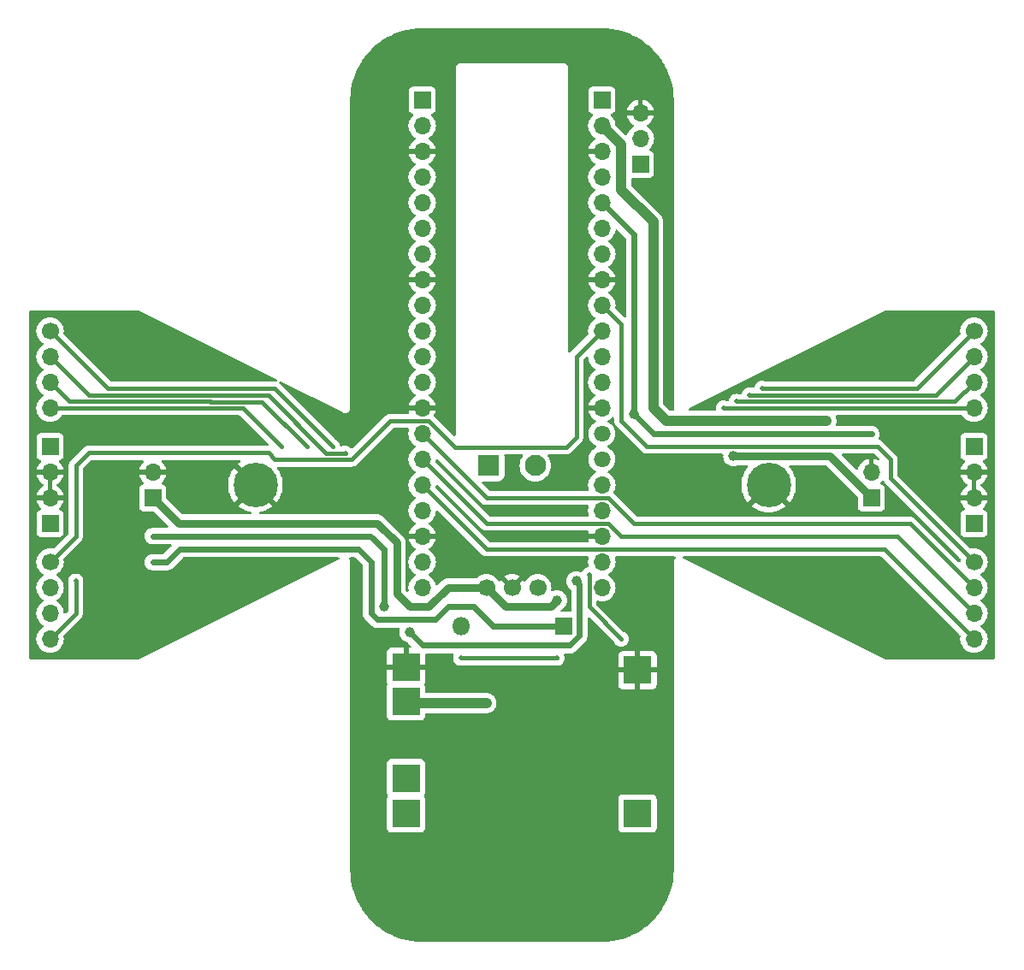
<source format=gbr>
%TF.GenerationSoftware,KiCad,Pcbnew,8.0.5*%
%TF.CreationDate,2024-10-21T23:21:47+02:00*%
%TF.ProjectId,kyb_sat,6b79625f-7361-4742-9e6b-696361645f70,rev?*%
%TF.SameCoordinates,Original*%
%TF.FileFunction,Copper,L2,Bot*%
%TF.FilePolarity,Positive*%
%FSLAX46Y46*%
G04 Gerber Fmt 4.6, Leading zero omitted, Abs format (unit mm)*
G04 Created by KiCad (PCBNEW 8.0.5) date 2024-10-21 23:21:47*
%MOMM*%
%LPD*%
G01*
G04 APERTURE LIST*
G04 Aperture macros list*
%AMRoundRect*
0 Rectangle with rounded corners*
0 $1 Rounding radius*
0 $2 $3 $4 $5 $6 $7 $8 $9 X,Y pos of 4 corners*
0 Add a 4 corners polygon primitive as box body*
4,1,4,$2,$3,$4,$5,$6,$7,$8,$9,$2,$3,0*
0 Add four circle primitives for the rounded corners*
1,1,$1+$1,$2,$3*
1,1,$1+$1,$4,$5*
1,1,$1+$1,$6,$7*
1,1,$1+$1,$8,$9*
0 Add four rect primitives between the rounded corners*
20,1,$1+$1,$2,$3,$4,$5,0*
20,1,$1+$1,$4,$5,$6,$7,0*
20,1,$1+$1,$6,$7,$8,$9,0*
20,1,$1+$1,$8,$9,$2,$3,0*%
G04 Aperture macros list end*
%TA.AperFunction,ComponentPad*%
%ADD10R,1.700000X1.700000*%
%TD*%
%TA.AperFunction,ComponentPad*%
%ADD11O,1.700000X1.700000*%
%TD*%
%TA.AperFunction,ComponentPad*%
%ADD12R,1.800000X1.800000*%
%TD*%
%TA.AperFunction,ComponentPad*%
%ADD13O,1.800000X1.800000*%
%TD*%
%TA.AperFunction,ComponentPad*%
%ADD14C,1.700000*%
%TD*%
%TA.AperFunction,ComponentPad*%
%ADD15R,2.800000X2.800000*%
%TD*%
%TA.AperFunction,ComponentPad*%
%ADD16C,0.700000*%
%TD*%
%TA.AperFunction,ComponentPad*%
%ADD17C,4.400000*%
%TD*%
%TA.AperFunction,ComponentPad*%
%ADD18O,1.700000X1.500000*%
%TD*%
%TA.AperFunction,ComponentPad*%
%ADD19RoundRect,0.250001X-0.799999X-0.799999X0.799999X-0.799999X0.799999X0.799999X-0.799999X0.799999X0*%
%TD*%
%TA.AperFunction,ComponentPad*%
%ADD20C,2.100000*%
%TD*%
%TA.AperFunction,ViaPad*%
%ADD21C,0.500000*%
%TD*%
%TA.AperFunction,ViaPad*%
%ADD22C,1.000000*%
%TD*%
%TA.AperFunction,Conductor*%
%ADD23C,0.800000*%
%TD*%
%TA.AperFunction,Conductor*%
%ADD24C,0.600000*%
%TD*%
%TA.AperFunction,Conductor*%
%ADD25C,1.000000*%
%TD*%
%TA.AperFunction,Conductor*%
%ADD26C,0.400000*%
%TD*%
G04 APERTURE END LIST*
D10*
%TO.P,SW1,1,A*%
%TO.N,unconnected-(SW1-A-Pad1)*%
X139700000Y-95250000D03*
D11*
%TO.P,SW1,2,B*%
%TO.N,/3V3_EN*%
X139700000Y-92710000D03*
%TO.P,SW1,3,C*%
%TO.N,GND*%
X139700000Y-90170000D03*
%TD*%
D12*
%TO.P,D1,1,K*%
%TO.N,VSYS*%
X132080000Y-140970000D03*
D13*
%TO.P,D1,2,A*%
%TO.N,Net-(D1-A)*%
X121920000Y-140970000D03*
%TD*%
D10*
%TO.P,J1,1,Pin_1*%
%TO.N,/PA7*%
X118110000Y-88900000D03*
D11*
%TO.P,J1,2,Pin_2*%
%TO.N,unconnected-(J1-Pin_2-Pad2)*%
X118110000Y-91440000D03*
%TO.P,J1,3,Pin_3*%
%TO.N,GND*%
X118110000Y-93980000D03*
%TO.P,J1,4,Pin_4*%
%TO.N,unconnected-(J1-Pin_4-Pad4)*%
X118110000Y-96520000D03*
%TO.P,J1,5,Pin_5*%
%TO.N,unconnected-(J1-Pin_5-Pad5)*%
X118110000Y-99060000D03*
%TO.P,J1,6,Pin_6*%
%TO.N,unconnected-(J1-Pin_6-Pad6)*%
X118110000Y-101600000D03*
%TO.P,J1,7,Pin_7*%
%TO.N,unconnected-(J1-Pin_7-Pad7)*%
X118110000Y-104140000D03*
%TO.P,J1,8,Pin_8*%
%TO.N,GND*%
X118110000Y-106680000D03*
%TO.P,J1,9,Pin_9*%
%TO.N,/PA5*%
X118110000Y-109220000D03*
%TO.P,J1,10,Pin_10*%
%TO.N,/PA6*%
X118110000Y-111760000D03*
%TO.P,J1,11,Pin_11*%
%TO.N,/PA0*%
X118110000Y-114300000D03*
%TO.P,J1,12,Pin_12*%
%TO.N,/PA1*%
X118110000Y-116840000D03*
%TO.P,J1,13,Pin_13*%
%TO.N,GND*%
X118110000Y-119380000D03*
%TO.P,J1,14,Pin_14*%
%TO.N,/PB5*%
X118110000Y-121920000D03*
%TO.P,J1,15,Pin_15*%
%TO.N,/PB6*%
X118110000Y-124460000D03*
%TO.P,J1,16,Pin_16*%
%TO.N,/PB7*%
X118110000Y-127000000D03*
%TO.P,J1,17,Pin_17*%
%TO.N,unconnected-(J1-Pin_17-Pad17)*%
X118110000Y-129540000D03*
%TO.P,J1,18,Pin_18*%
%TO.N,GND*%
X118110000Y-132080000D03*
%TO.P,J1,19,Pin_19*%
%TO.N,/PA2*%
X118110000Y-134620000D03*
%TO.P,J1,20,Pin_20*%
%TO.N,/PA3*%
X118110000Y-137160000D03*
%TD*%
D14*
%TO.P,J6,1,Pin_1*%
%TO.N,/PB0*%
X172720000Y-111760000D03*
D11*
%TO.P,J6,2,Pin_2*%
%TO.N,/PB1*%
X172720000Y-114300000D03*
%TO.P,J6,3,Pin_3*%
%TO.N,/PB2*%
X172720000Y-116840000D03*
%TO.P,J6,4,Pin_4*%
%TO.N,/PB3*%
X172720000Y-119380000D03*
%TD*%
D14*
%TO.P,J5,1,Pin_1*%
%TO.N,/PA4*%
X81280000Y-134620000D03*
D11*
%TO.P,J5,2,Pin_2*%
%TO.N,/PA5*%
X81280000Y-137160000D03*
%TO.P,J5,3,Pin_3*%
%TO.N,/PA6*%
X81280000Y-139700000D03*
%TO.P,J5,4,Pin_4*%
%TO.N,/PA7*%
X81280000Y-142240000D03*
%TD*%
D15*
%TO.P,U1,1,VIN*%
%TO.N,VBUS*%
X139412500Y-159512500D03*
%TO.P,U1,2,GND*%
%TO.N,GND*%
X139412500Y-145312500D03*
%TO.P,U1,3,GND*%
X116512500Y-145012500D03*
%TO.P,U1,4,B-*%
%TO.N,Net-(BT1--)*%
X116512500Y-148412500D03*
%TO.P,U1,5,B+*%
%TO.N,Net-(BT1-+)*%
X116512500Y-156012500D03*
%TO.P,U1,6,VOUT*%
%TO.N,Net-(D1-A)*%
X116512500Y-159512500D03*
%TD*%
D16*
%TO.P,H2,1,1*%
%TO.N,GND*%
X150750000Y-127000000D03*
X151233274Y-125833274D03*
X151233274Y-128166726D03*
X152400000Y-125350000D03*
D17*
X152400000Y-127000000D03*
D16*
X152400000Y-128650000D03*
X153566726Y-125833274D03*
X153566726Y-128166726D03*
X154050000Y-127000000D03*
%TD*%
D10*
%TO.P,J4,1,Pin_1*%
%TO.N,/PWRA0*%
X81280000Y-123190000D03*
D11*
%TO.P,J4,2,Pin_2*%
%TO.N,GND*%
X81280000Y-125730000D03*
%TO.P,J4,3,Pin_3*%
X81280000Y-128270000D03*
D10*
%TO.P,J4,4,Pin_4*%
%TO.N,/PWRA1*%
X81280000Y-130810000D03*
%TD*%
%TO.P,J7,1,Pin_1*%
%TO.N,/PWRB0*%
X172720000Y-123190000D03*
D11*
%TO.P,J7,2,Pin_2*%
%TO.N,GND*%
X172720000Y-125730000D03*
%TO.P,J7,3,Pin_3*%
X172720000Y-128270000D03*
D10*
%TO.P,J7,4,Pin_4*%
%TO.N,/PWRB1*%
X172720000Y-130810000D03*
%TD*%
%TO.P,SC2,1,+*%
%TO.N,Net-(SC1-+)*%
X162560000Y-128275000D03*
D11*
%TO.P,SC2,2,-*%
%TO.N,GND*%
X162560000Y-125735000D03*
%TD*%
D14*
%TO.P,U2,1,IN*%
%TO.N,Net-(SC1-+)*%
X124460000Y-137160000D03*
%TO.P,U2,2,GND*%
%TO.N,GND*%
X127000000Y-137160000D03*
%TO.P,U2,3,OUT*%
%TO.N,VBUS*%
X129540000Y-137160000D03*
%TD*%
%TO.P,J3,1,Pin_1*%
%TO.N,/PA0*%
X81280000Y-111760000D03*
D11*
%TO.P,J3,2,Pin_2*%
%TO.N,/PA1*%
X81280000Y-114300000D03*
%TO.P,J3,3,Pin_3*%
%TO.N,/PA2*%
X81280000Y-116840000D03*
%TO.P,J3,4,Pin_4*%
%TO.N,/PA3*%
X81280000Y-119380000D03*
%TD*%
D10*
%TO.P,J2,1,Pin_1*%
%TO.N,VBUS*%
X135890000Y-88900000D03*
D11*
%TO.P,J2,2,Pin_2*%
%TO.N,VSYS*%
X135890000Y-91440000D03*
%TO.P,J2,3,Pin_3*%
%TO.N,GND*%
X135890000Y-93980000D03*
%TO.P,J2,4,Pin_4*%
%TO.N,/3V3_EN*%
X135890000Y-96520000D03*
%TO.P,J2,5,Pin_5*%
%TO.N,+3V3*%
X135890000Y-99060000D03*
%TO.P,J2,6,Pin_6*%
%TO.N,unconnected-(J2-Pin_6-Pad6)*%
X135890000Y-101600000D03*
%TO.P,J2,7,Pin_7*%
%TO.N,VBAT*%
X135890000Y-104140000D03*
%TO.P,J2,8,Pin_8*%
%TO.N,GND*%
X135890000Y-106680000D03*
%TO.P,J2,9,Pin_9*%
%TO.N,/PB4*%
X135890000Y-109220000D03*
%TO.P,J2,10,Pin_10*%
%TO.N,/PA4*%
X135890000Y-111760000D03*
%TO.P,J2,11,Pin_11*%
%TO.N,unconnected-(J2-Pin_11-Pad11)*%
X135890000Y-114300000D03*
%TO.P,J2,12,Pin_12*%
%TO.N,unconnected-(J2-Pin_12-Pad12)*%
X135890000Y-116840000D03*
%TO.P,J2,13,Pin_13*%
%TO.N,GND*%
X135890000Y-119380000D03*
D18*
%TO.P,J2,14,Pin_14*%
%TO.N,unconnected-(J2-Pin_14-Pad14)*%
X135890000Y-121920000D03*
%TO.P,J2,15,Pin_15*%
%TO.N,unconnected-(J2-Pin_15-Pad15)*%
X135890000Y-124460000D03*
D11*
%TO.P,J2,16,Pin_16*%
%TO.N,/PB3*%
X135890000Y-127000000D03*
%TO.P,J2,17,Pin_17*%
%TO.N,/PB2*%
X135890000Y-129540000D03*
%TO.P,J2,18,Pin_18*%
%TO.N,GND*%
X135890000Y-132080000D03*
%TO.P,J2,19,Pin_19*%
%TO.N,/PB1*%
X135890000Y-134620000D03*
%TO.P,J2,20,Pin_20*%
%TO.N,/PB0*%
X135890000Y-137160000D03*
%TD*%
D10*
%TO.P,SC1,1,+*%
%TO.N,Net-(SC1-+)*%
X91440000Y-128270000D03*
D11*
%TO.P,SC1,2,-*%
%TO.N,GND*%
X91440000Y-125730000D03*
%TD*%
D14*
%TO.P,J8,1,Pin_1*%
%TO.N,/PB4*%
X172720000Y-134620000D03*
D11*
%TO.P,J8,2,Pin_2*%
%TO.N,/PB5*%
X172720000Y-137160000D03*
%TO.P,J8,3,Pin_3*%
%TO.N,/PB6*%
X172720000Y-139700000D03*
%TO.P,J8,4,Pin_4*%
%TO.N,/PB7*%
X172720000Y-142240000D03*
%TD*%
D16*
%TO.P,H1,1,1*%
%TO.N,GND*%
X99950000Y-127000000D03*
X100433274Y-125833274D03*
X100433274Y-128166726D03*
X101600000Y-125350000D03*
D17*
X101600000Y-127000000D03*
D16*
X101600000Y-128650000D03*
X102766726Y-125833274D03*
X102766726Y-128166726D03*
X103250000Y-127000000D03*
%TD*%
D19*
%TO.P,BT1,1,+*%
%TO.N,Net-(BT1-+)*%
X124700000Y-125095000D03*
D20*
%TO.P,BT1,2,-*%
%TO.N,Net-(BT1--)*%
X129300000Y-125095000D03*
%TD*%
D21*
%TO.N,VBAT*%
X134620000Y-135890000D03*
X137795000Y-142240000D03*
%TO.N,Net-(D1-A)*%
X121920000Y-144145000D03*
X131445000Y-144145000D03*
D22*
%TO.N,+3V3*%
X133350000Y-136525000D03*
X139065000Y-120015000D03*
%TO.N,VSYS*%
X152400000Y-120650000D03*
X158115000Y-120650000D03*
%TO.N,+3V3*%
X116840000Y-141605000D03*
X114300000Y-139065000D03*
D21*
%TO.N,VSYS*%
X91440000Y-134650000D03*
%TO.N,+3V3*%
X91440000Y-132050000D03*
%TO.N,GND*%
X96520000Y-120650000D03*
X127000000Y-145415000D03*
X87630000Y-142240000D03*
X91440000Y-111760000D03*
X86360000Y-120650000D03*
X86360000Y-133985000D03*
D22*
%TO.N,Net-(SC1-+)*%
X131445000Y-138430000D03*
X148907500Y-124142500D03*
D21*
%TO.N,GND*%
X126365000Y-129540000D03*
%TO.N,+3V3*%
X162560000Y-121950000D03*
%TO.N,GND*%
X127000000Y-127000000D03*
X129540000Y-132080000D03*
%TO.N,/PB3*%
X147955000Y-119380000D03*
%TO.N,/PB0*%
X151765000Y-117430000D03*
%TO.N,/PB1*%
X150495000Y-118080000D03*
%TO.N,/PB2*%
X149225000Y-118730000D03*
%TO.N,/PA1*%
X110490000Y-123840000D03*
%TO.N,/PA0*%
X109220000Y-123205000D03*
D22*
%TO.N,GND*%
X135890000Y-83820000D03*
X118110000Y-83820000D03*
D21*
%TO.N,/PA3*%
X104140000Y-123205000D03*
%TO.N,/PA2*%
X106680000Y-123205000D03*
%TO.N,/PA7*%
X83820000Y-136510000D03*
D22*
%TO.N,Net-(BT1--)*%
X124460000Y-148590000D03*
%TD*%
D23*
%TO.N,Net-(SC1-+)*%
X93980000Y-130810000D02*
X91440000Y-128270000D01*
X115570000Y-137795000D02*
X115570000Y-132715000D01*
X115570000Y-132715000D02*
X113665000Y-130810000D01*
X113665000Y-130810000D02*
X93980000Y-130810000D01*
X116840000Y-139065000D02*
X115570000Y-137795000D01*
X118745000Y-139065000D02*
X116840000Y-139065000D01*
X120650000Y-137160000D02*
X118745000Y-139065000D01*
X124460000Y-137160000D02*
X120650000Y-137160000D01*
D24*
%TO.N,VSYS*%
X92815000Y-134650000D02*
X91440000Y-134650000D01*
X111760000Y-133350000D02*
X94115000Y-133350000D01*
X119380000Y-140335000D02*
X113665000Y-140335000D01*
X94115000Y-133350000D02*
X92815000Y-134650000D01*
X113030000Y-134620000D02*
X111760000Y-133350000D01*
X120650000Y-139065000D02*
X119380000Y-140335000D01*
X113030000Y-139700000D02*
X113030000Y-134620000D01*
X113665000Y-140335000D02*
X113030000Y-139700000D01*
X123190000Y-139065000D02*
X120650000Y-139065000D01*
X125095000Y-140970000D02*
X123190000Y-139065000D01*
X132080000Y-140970000D02*
X125095000Y-140970000D01*
D23*
%TO.N,Net-(SC1-+)*%
X124462792Y-137160000D02*
X124460000Y-137160000D01*
X126367792Y-139065000D02*
X124462792Y-137160000D01*
X131445000Y-138430000D02*
X130810000Y-139065000D01*
X130810000Y-139065000D02*
X126367792Y-139065000D01*
D25*
%TO.N,VSYS*%
X140970000Y-100965000D02*
X140970000Y-119380000D01*
X137795000Y-97790000D02*
X140970000Y-100965000D01*
X140970000Y-119380000D02*
X142240000Y-120650000D01*
X135890000Y-91440000D02*
X137795000Y-93345000D01*
X137795000Y-93345000D02*
X137795000Y-97790000D01*
X142240000Y-120650000D02*
X152400000Y-120650000D01*
D26*
%TO.N,VBAT*%
X134620000Y-139065000D02*
X134620000Y-135890000D01*
X137795000Y-142240000D02*
X134620000Y-139065000D01*
D24*
%TO.N,+3V3*%
X118110000Y-142875000D02*
X116840000Y-141605000D01*
X133667500Y-136842500D02*
X133667500Y-141922500D01*
X132715000Y-142875000D02*
X118110000Y-142875000D01*
X133350000Y-136525000D02*
X133667500Y-136842500D01*
X133667500Y-141922500D02*
X132715000Y-142875000D01*
D26*
%TO.N,Net-(D1-A)*%
X131445000Y-144145000D02*
X121920000Y-144145000D01*
%TO.N,/PA4*%
X133350000Y-114300000D02*
X135890000Y-111760000D01*
X132369949Y-123255000D02*
X133350000Y-122274949D01*
X121350000Y-123255000D02*
X132369949Y-123255000D01*
X114935000Y-120650000D02*
X118745000Y-120650000D01*
X102870000Y-123825000D02*
X103535000Y-124490000D01*
X85090000Y-123825000D02*
X102870000Y-123825000D01*
X83820000Y-125095000D02*
X85090000Y-123825000D01*
X103535000Y-124490000D02*
X111095000Y-124490000D01*
X133350000Y-122274949D02*
X133350000Y-114300000D01*
X83820000Y-132080000D02*
X83820000Y-125095000D01*
X111095000Y-124490000D02*
X114935000Y-120650000D01*
X81280000Y-134620000D02*
X83820000Y-132080000D01*
X118745000Y-120650000D02*
X121350000Y-123255000D01*
%TO.N,/PB4*%
X140335000Y-123190000D02*
X137795000Y-120650000D01*
X137795000Y-111125000D02*
X135890000Y-109220000D01*
X163195000Y-123190000D02*
X140335000Y-123190000D01*
X137795000Y-120650000D02*
X137795000Y-111125000D01*
X164465000Y-126365000D02*
X164465000Y-124460000D01*
X164465000Y-124460000D02*
X163195000Y-123190000D01*
X172720000Y-134620000D02*
X164465000Y-126365000D01*
D23*
%TO.N,Net-(SC1-+)*%
X158432500Y-124142500D02*
X162560000Y-128270000D01*
X162560000Y-128270000D02*
X162560000Y-128275000D01*
X148907500Y-124142500D02*
X158432500Y-124142500D01*
D25*
%TO.N,VSYS*%
X152400000Y-120650000D02*
X158115000Y-120650000D01*
D24*
%TO.N,+3V3*%
X114300000Y-133350000D02*
X114300000Y-138430000D01*
X113000000Y-132050000D02*
X114300000Y-133350000D01*
X91440000Y-132050000D02*
X113000000Y-132050000D01*
D26*
%TO.N,/PB5*%
X166370000Y-130810000D02*
X172720000Y-137160000D01*
X136525000Y-128285000D02*
X136540000Y-128285000D01*
X136540000Y-128285000D02*
X139065000Y-130810000D01*
X124475000Y-128285000D02*
X136525000Y-128285000D01*
X139065000Y-130810000D02*
X166370000Y-130810000D01*
%TO.N,/PB6*%
X124460000Y-130810000D02*
X118110000Y-124460000D01*
X165100000Y-132080000D02*
X137795000Y-132080000D01*
X136525000Y-130810000D02*
X124460000Y-130810000D01*
X172720000Y-139700000D02*
X165100000Y-132080000D01*
X137795000Y-132080000D02*
X136525000Y-130810000D01*
%TO.N,/PB7*%
X163830000Y-133350000D02*
X172720000Y-142240000D01*
X124460000Y-133350000D02*
X163830000Y-133350000D01*
X118110000Y-127000000D02*
X124460000Y-133350000D01*
%TO.N,/PB5*%
X124460000Y-128270000D02*
X124475000Y-128285000D01*
D24*
%TO.N,+3V3*%
X139065000Y-120015000D02*
X139065000Y-102235000D01*
X141000000Y-121950000D02*
X139065000Y-120015000D01*
X139065000Y-102235000D02*
X135890000Y-99060000D01*
X162560000Y-121950000D02*
X141000000Y-121950000D01*
D26*
%TO.N,/PB3*%
X148590000Y-119380000D02*
X147955000Y-119380000D01*
%TO.N,/PB0*%
X167050000Y-117430000D02*
X151765000Y-117430000D01*
X172720000Y-111760000D02*
X167050000Y-117430000D01*
%TO.N,/PB1*%
X168940000Y-118080000D02*
X150495000Y-118080000D01*
X172720000Y-114300000D02*
X168940000Y-118080000D01*
%TO.N,/PB2*%
X170830000Y-118730000D02*
X149225000Y-118730000D01*
X172720000Y-116840000D02*
X170830000Y-118730000D01*
%TO.N,/PB3*%
X172720000Y-119380000D02*
X148590000Y-119380000D01*
%TO.N,/PB5*%
X118110000Y-121920000D02*
X124460000Y-128270000D01*
%TO.N,/PA0*%
X86995000Y-117475000D02*
X81280000Y-111760000D01*
X103505000Y-117475000D02*
X86995000Y-117475000D01*
X109220000Y-123205000D02*
X109220000Y-123190000D01*
X109220000Y-123190000D02*
X103505000Y-117475000D01*
%TO.N,/PA1*%
X85090000Y-118110000D02*
X81280000Y-114300000D01*
X102870000Y-118110000D02*
X85090000Y-118110000D01*
X108615000Y-123855000D02*
X102870000Y-118110000D01*
X110475000Y-123855000D02*
X108615000Y-123855000D01*
X110490000Y-123840000D02*
X110475000Y-123855000D01*
%TO.N,/PA2*%
X83185000Y-118745000D02*
X81280000Y-116840000D01*
X102227500Y-118752500D02*
X97162500Y-118752500D01*
X97155000Y-118745000D02*
X83185000Y-118745000D01*
X106680000Y-123205000D02*
X102227500Y-118752500D01*
X97162500Y-118752500D02*
X97155000Y-118745000D01*
%TO.N,/PA3*%
X104140000Y-123190000D02*
X100330000Y-119380000D01*
X104140000Y-123205000D02*
X104140000Y-123190000D01*
X100330000Y-119380000D02*
X81280000Y-119380000D01*
%TO.N,/PA7*%
X83820000Y-139700000D02*
X81280000Y-142240000D01*
X83820000Y-136510000D02*
X83820000Y-139700000D01*
D25*
%TO.N,Net-(BT1--)*%
X116690000Y-148590000D02*
X116512500Y-148412500D01*
X124460000Y-148590000D02*
X116690000Y-148590000D01*
%TD*%
%TA.AperFunction,Conductor*%
%TO.N,GND*%
G36*
X143137420Y-134070185D02*
G01*
X143183175Y-134122989D01*
X143193119Y-134192147D01*
X143164094Y-134255703D01*
X143163213Y-134256707D01*
X143154029Y-134267064D01*
X143147943Y-134273927D01*
X143142852Y-134279332D01*
X143109500Y-134312684D01*
X143109497Y-134312688D01*
X143108166Y-134314994D01*
X143093573Y-134335240D01*
X143091811Y-134337226D01*
X143070718Y-134379412D01*
X143067196Y-134385957D01*
X143043609Y-134426810D01*
X143043606Y-134426817D01*
X143042918Y-134429386D01*
X143034064Y-134452716D01*
X143032873Y-134455097D01*
X143032869Y-134455108D01*
X143023414Y-134501312D01*
X143021708Y-134508539D01*
X143009500Y-134554103D01*
X143009500Y-134556755D01*
X143006983Y-134581611D01*
X143006451Y-134584210D01*
X143006450Y-134584213D01*
X143009277Y-134631294D01*
X143009500Y-134638724D01*
X143009500Y-165097785D01*
X143009421Y-165102211D01*
X142991518Y-165603466D01*
X142990887Y-165612295D01*
X142937507Y-166108809D01*
X142936247Y-166117571D01*
X142847582Y-166609007D01*
X142845700Y-166617656D01*
X142722204Y-167101506D01*
X142719710Y-167109999D01*
X142562014Y-167583801D01*
X142558921Y-167592095D01*
X142367818Y-168053458D01*
X142364141Y-168061509D01*
X142140619Y-168508050D01*
X142136377Y-168515820D01*
X141881564Y-168945284D01*
X141876778Y-168952730D01*
X141591981Y-169362914D01*
X141586677Y-169370000D01*
X141273337Y-169758833D01*
X141267540Y-169765523D01*
X140927264Y-170131005D01*
X140921005Y-170137264D01*
X140555523Y-170477540D01*
X140548833Y-170483337D01*
X140160000Y-170796677D01*
X140152914Y-170801981D01*
X139742730Y-171086778D01*
X139735284Y-171091564D01*
X139305820Y-171346377D01*
X139298050Y-171350619D01*
X138851509Y-171574141D01*
X138843458Y-171577818D01*
X138382095Y-171768921D01*
X138373801Y-171772014D01*
X137899999Y-171929710D01*
X137891506Y-171932204D01*
X137407656Y-172055700D01*
X137399007Y-172057582D01*
X136907571Y-172146247D01*
X136898809Y-172147507D01*
X136402295Y-172200887D01*
X136393466Y-172201518D01*
X135892212Y-172219421D01*
X135887786Y-172219500D01*
X118112214Y-172219500D01*
X118107788Y-172219421D01*
X117606533Y-172201518D01*
X117597704Y-172200887D01*
X117101190Y-172147507D01*
X117092428Y-172146247D01*
X116600992Y-172057582D01*
X116592343Y-172055700D01*
X116108493Y-171932204D01*
X116100000Y-171929710D01*
X115626198Y-171772014D01*
X115617904Y-171768921D01*
X115156541Y-171577818D01*
X115148490Y-171574141D01*
X114701949Y-171350619D01*
X114694187Y-171346381D01*
X114264710Y-171091561D01*
X114257269Y-171086778D01*
X113847085Y-170801981D01*
X113839999Y-170796677D01*
X113451166Y-170483337D01*
X113444476Y-170477540D01*
X113404086Y-170439936D01*
X113292964Y-170336477D01*
X113078994Y-170137264D01*
X113072735Y-170131005D01*
X112732459Y-169765523D01*
X112726662Y-169758833D01*
X112413322Y-169370000D01*
X112408018Y-169362914D01*
X112123221Y-168952730D01*
X112118442Y-168945296D01*
X111863612Y-168515803D01*
X111859380Y-168508050D01*
X111635858Y-168061509D01*
X111632181Y-168053458D01*
X111441078Y-167592095D01*
X111437985Y-167583801D01*
X111280289Y-167109999D01*
X111277795Y-167101506D01*
X111154294Y-166617636D01*
X111152421Y-166609028D01*
X111063748Y-166117548D01*
X111062495Y-166108832D01*
X111009110Y-165612277D01*
X111008482Y-165603484D01*
X110990581Y-165102267D01*
X110990502Y-165097841D01*
X110990502Y-165026521D01*
X110990500Y-165026487D01*
X110990500Y-154564635D01*
X114612000Y-154564635D01*
X114612000Y-157460370D01*
X114612001Y-157460376D01*
X114618408Y-157519983D01*
X114668702Y-157654828D01*
X114668703Y-157654830D01*
X114693676Y-157688190D01*
X114718092Y-157753655D01*
X114703240Y-157821928D01*
X114693676Y-157836810D01*
X114668703Y-157870169D01*
X114668702Y-157870171D01*
X114618408Y-158005017D01*
X114612001Y-158064616D01*
X114612001Y-158064623D01*
X114612000Y-158064635D01*
X114612000Y-160960370D01*
X114612001Y-160960376D01*
X114618408Y-161019983D01*
X114668702Y-161154828D01*
X114668706Y-161154835D01*
X114754952Y-161270044D01*
X114754955Y-161270047D01*
X114870164Y-161356293D01*
X114870171Y-161356297D01*
X115005017Y-161406591D01*
X115005016Y-161406591D01*
X115011944Y-161407335D01*
X115064627Y-161413000D01*
X117960372Y-161412999D01*
X118019983Y-161406591D01*
X118154831Y-161356296D01*
X118270046Y-161270046D01*
X118356296Y-161154831D01*
X118406591Y-161019983D01*
X118413000Y-160960373D01*
X118412999Y-158064635D01*
X137512000Y-158064635D01*
X137512000Y-160960370D01*
X137512001Y-160960376D01*
X137518408Y-161019983D01*
X137568702Y-161154828D01*
X137568706Y-161154835D01*
X137654952Y-161270044D01*
X137654955Y-161270047D01*
X137770164Y-161356293D01*
X137770171Y-161356297D01*
X137905017Y-161406591D01*
X137905016Y-161406591D01*
X137911944Y-161407335D01*
X137964627Y-161413000D01*
X140860372Y-161412999D01*
X140919983Y-161406591D01*
X141054831Y-161356296D01*
X141170046Y-161270046D01*
X141256296Y-161154831D01*
X141306591Y-161019983D01*
X141313000Y-160960373D01*
X141312999Y-158064628D01*
X141306591Y-158005017D01*
X141256296Y-157870169D01*
X141256295Y-157870168D01*
X141256293Y-157870164D01*
X141170047Y-157754955D01*
X141170044Y-157754952D01*
X141054835Y-157668706D01*
X141054828Y-157668702D01*
X140919982Y-157618408D01*
X140919983Y-157618408D01*
X140860383Y-157612001D01*
X140860381Y-157612000D01*
X140860373Y-157612000D01*
X140860364Y-157612000D01*
X137964629Y-157612000D01*
X137964623Y-157612001D01*
X137905016Y-157618408D01*
X137770171Y-157668702D01*
X137770164Y-157668706D01*
X137654955Y-157754952D01*
X137654952Y-157754955D01*
X137568706Y-157870164D01*
X137568702Y-157870171D01*
X137518408Y-158005017D01*
X137512001Y-158064616D01*
X137512001Y-158064623D01*
X137512000Y-158064635D01*
X118412999Y-158064635D01*
X118412999Y-158064628D01*
X118406591Y-158005017D01*
X118356297Y-157870171D01*
X118356297Y-157870170D01*
X118349286Y-157860805D01*
X118331323Y-157836810D01*
X118306906Y-157771349D01*
X118321757Y-157703075D01*
X118331323Y-157688190D01*
X118356296Y-157654831D01*
X118406591Y-157519983D01*
X118413000Y-157460373D01*
X118412999Y-154564628D01*
X118406591Y-154505017D01*
X118356296Y-154370169D01*
X118356295Y-154370168D01*
X118356293Y-154370164D01*
X118270047Y-154254955D01*
X118270044Y-154254952D01*
X118154835Y-154168706D01*
X118154828Y-154168702D01*
X118019982Y-154118408D01*
X118019983Y-154118408D01*
X117960383Y-154112001D01*
X117960381Y-154112000D01*
X117960373Y-154112000D01*
X117960364Y-154112000D01*
X115064629Y-154112000D01*
X115064623Y-154112001D01*
X115005016Y-154118408D01*
X114870171Y-154168702D01*
X114870164Y-154168706D01*
X114754955Y-154254952D01*
X114754952Y-154254955D01*
X114668706Y-154370164D01*
X114668702Y-154370171D01*
X114618408Y-154505017D01*
X114612001Y-154564616D01*
X114612001Y-154564623D01*
X114612000Y-154564635D01*
X110990500Y-154564635D01*
X110990500Y-134638724D01*
X110990723Y-134631294D01*
X110993549Y-134584213D01*
X110993548Y-134584210D01*
X110993017Y-134581611D01*
X110990500Y-134556755D01*
X110990500Y-134554110D01*
X110990500Y-134554108D01*
X110978288Y-134508531D01*
X110976590Y-134501339D01*
X110967129Y-134455105D01*
X110967128Y-134455103D01*
X110967128Y-134455102D01*
X110965947Y-134452741D01*
X110957077Y-134429370D01*
X110956392Y-134426814D01*
X110932801Y-134385956D01*
X110929287Y-134379423D01*
X110904558Y-134329964D01*
X110908018Y-134328233D01*
X110891557Y-134279400D01*
X110908577Y-134211635D01*
X110959531Y-134163829D01*
X111015460Y-134150500D01*
X111377060Y-134150500D01*
X111444099Y-134170185D01*
X111464741Y-134186819D01*
X112193181Y-134915259D01*
X112226666Y-134976582D01*
X112229500Y-135002940D01*
X112229500Y-139778846D01*
X112260261Y-139933489D01*
X112260264Y-139933501D01*
X112320602Y-140079172D01*
X112320609Y-140079185D01*
X112408210Y-140210288D01*
X112408213Y-140210292D01*
X113154707Y-140956786D01*
X113154711Y-140956789D01*
X113285814Y-141044390D01*
X113285818Y-141044392D01*
X113285821Y-141044394D01*
X113431503Y-141104738D01*
X113586153Y-141135499D01*
X113586157Y-141135500D01*
X113586158Y-141135500D01*
X113743843Y-141135500D01*
X115769707Y-141135500D01*
X115836746Y-141155185D01*
X115882501Y-141207989D01*
X115892445Y-141277147D01*
X115888367Y-141295496D01*
X115853976Y-141408865D01*
X115834659Y-141605000D01*
X115853975Y-141801129D01*
X115866673Y-141842989D01*
X115892816Y-141929171D01*
X115911188Y-141989733D01*
X116004086Y-142163532D01*
X116004090Y-142163539D01*
X116129116Y-142315883D01*
X116281460Y-142440909D01*
X116281467Y-142440913D01*
X116455266Y-142533811D01*
X116455269Y-142533811D01*
X116455273Y-142533814D01*
X116643868Y-142591024D01*
X116655261Y-142592146D01*
X116720048Y-142618305D01*
X116730790Y-142627868D01*
X117003741Y-142900819D01*
X117037226Y-142962142D01*
X117032242Y-143031834D01*
X116990370Y-143087767D01*
X116924906Y-143112184D01*
X116916060Y-143112500D01*
X116762500Y-143112500D01*
X116762500Y-144282610D01*
X116737101Y-144272090D01*
X116588338Y-144242500D01*
X116436662Y-144242500D01*
X116287899Y-144272090D01*
X116262500Y-144282610D01*
X116262500Y-143112500D01*
X115064655Y-143112500D01*
X115005127Y-143118901D01*
X115005120Y-143118903D01*
X114870413Y-143169145D01*
X114870406Y-143169149D01*
X114755312Y-143255309D01*
X114755309Y-143255312D01*
X114669149Y-143370406D01*
X114669145Y-143370413D01*
X114618903Y-143505120D01*
X114618901Y-143505127D01*
X114612500Y-143564655D01*
X114612500Y-144762500D01*
X115782611Y-144762500D01*
X115772090Y-144787899D01*
X115742500Y-144936662D01*
X115742500Y-145088338D01*
X115772090Y-145237101D01*
X115782611Y-145262500D01*
X114612500Y-145262500D01*
X114612500Y-146460344D01*
X114618901Y-146519872D01*
X114618903Y-146519879D01*
X114672246Y-146662899D01*
X114670430Y-146663576D01*
X114682883Y-146720816D01*
X114670928Y-146761533D01*
X114671803Y-146761859D01*
X114618408Y-146905017D01*
X114612001Y-146964616D01*
X114612001Y-146964623D01*
X114612000Y-146964635D01*
X114612000Y-149860370D01*
X114612001Y-149860376D01*
X114618408Y-149919983D01*
X114668702Y-150054828D01*
X114668706Y-150054835D01*
X114754952Y-150170044D01*
X114754955Y-150170047D01*
X114870164Y-150256293D01*
X114870171Y-150256297D01*
X115005017Y-150306591D01*
X115005016Y-150306591D01*
X115011944Y-150307335D01*
X115064627Y-150313000D01*
X117960372Y-150312999D01*
X118019983Y-150306591D01*
X118154831Y-150256296D01*
X118270046Y-150170046D01*
X118356296Y-150054831D01*
X118406591Y-149919983D01*
X118413000Y-149860373D01*
X118413000Y-149714500D01*
X118432685Y-149647461D01*
X118485489Y-149601706D01*
X118537000Y-149590500D01*
X124404756Y-149590500D01*
X124416909Y-149591096D01*
X124460000Y-149595341D01*
X124503090Y-149591096D01*
X124515244Y-149590500D01*
X124558542Y-149590500D01*
X124574454Y-149587334D01*
X124601005Y-149582053D01*
X124613037Y-149580268D01*
X124656132Y-149576024D01*
X124697580Y-149563450D01*
X124709353Y-149560500D01*
X124751835Y-149552051D01*
X124791847Y-149535476D01*
X124803280Y-149531386D01*
X124844727Y-149518814D01*
X124882918Y-149498399D01*
X124893906Y-149493202D01*
X124933914Y-149476632D01*
X124969938Y-149452560D01*
X124980351Y-149446320D01*
X125006591Y-149432295D01*
X125018535Y-149425912D01*
X125018539Y-149425909D01*
X125052005Y-149398444D01*
X125061782Y-149391193D01*
X125097781Y-149367140D01*
X125097783Y-149367138D01*
X125097783Y-149367137D01*
X125128408Y-149336512D01*
X125137402Y-149328359D01*
X125170883Y-149300883D01*
X125198359Y-149267402D01*
X125206512Y-149258408D01*
X125237139Y-149227782D01*
X125261193Y-149191781D01*
X125268444Y-149182005D01*
X125295909Y-149148539D01*
X125295912Y-149148535D01*
X125302295Y-149136591D01*
X125316320Y-149110351D01*
X125322560Y-149099938D01*
X125346632Y-149063914D01*
X125363202Y-149023906D01*
X125368399Y-149012918D01*
X125388814Y-148974727D01*
X125401386Y-148933280D01*
X125405476Y-148921847D01*
X125422051Y-148881835D01*
X125430500Y-148839353D01*
X125433450Y-148827580D01*
X125446024Y-148786132D01*
X125450268Y-148743037D01*
X125452054Y-148730999D01*
X125460500Y-148688541D01*
X125460500Y-148645244D01*
X125461097Y-148633090D01*
X125465341Y-148590000D01*
X125461097Y-148546907D01*
X125460500Y-148534754D01*
X125460500Y-148491458D01*
X125458117Y-148479480D01*
X125452052Y-148448990D01*
X125450268Y-148436961D01*
X125446024Y-148393869D01*
X125446024Y-148393868D01*
X125433448Y-148352414D01*
X125430499Y-148340640D01*
X125422051Y-148298165D01*
X125405480Y-148258160D01*
X125401382Y-148246706D01*
X125388814Y-148205273D01*
X125368404Y-148167091D01*
X125363201Y-148156090D01*
X125346632Y-148116086D01*
X125322572Y-148080078D01*
X125316316Y-148069640D01*
X125295911Y-148031464D01*
X125295910Y-148031462D01*
X125268438Y-147997988D01*
X125261194Y-147988219D01*
X125237140Y-147952219D01*
X125237136Y-147952214D01*
X125206520Y-147921599D01*
X125198346Y-147912581D01*
X125170884Y-147879118D01*
X125137416Y-147851651D01*
X125128401Y-147843479D01*
X125097787Y-147812865D01*
X125097783Y-147812862D01*
X125061772Y-147788799D01*
X125052002Y-147781552D01*
X125018543Y-147754094D01*
X125018535Y-147754088D01*
X125001436Y-147744948D01*
X124980350Y-147733678D01*
X124969918Y-147727425D01*
X124933918Y-147703370D01*
X124933914Y-147703368D01*
X124893915Y-147686800D01*
X124882913Y-147681597D01*
X124844729Y-147661187D01*
X124844728Y-147661186D01*
X124844727Y-147661186D01*
X124803277Y-147648612D01*
X124791834Y-147644517D01*
X124751834Y-147627948D01*
X124751827Y-147627946D01*
X124709378Y-147619503D01*
X124697575Y-147616547D01*
X124656134Y-147603976D01*
X124656130Y-147603975D01*
X124613035Y-147599730D01*
X124601006Y-147597945D01*
X124558544Y-147589500D01*
X124558541Y-147589500D01*
X124515244Y-147589500D01*
X124503090Y-147588903D01*
X124460000Y-147584659D01*
X124416910Y-147588903D01*
X124404756Y-147589500D01*
X118536999Y-147589500D01*
X118469960Y-147569815D01*
X118424205Y-147517011D01*
X118412999Y-147465500D01*
X118412999Y-146964629D01*
X118412998Y-146964623D01*
X118412997Y-146964616D01*
X118406591Y-146905017D01*
X118356296Y-146770169D01*
X118353197Y-146761859D01*
X118354766Y-146761273D01*
X118342116Y-146703130D01*
X118353814Y-146663293D01*
X118352753Y-146662898D01*
X118406097Y-146519876D01*
X118406098Y-146519872D01*
X118412499Y-146460344D01*
X118412500Y-146460327D01*
X118412500Y-145262500D01*
X117242389Y-145262500D01*
X117252910Y-145237101D01*
X117282500Y-145088338D01*
X117282500Y-144936662D01*
X117252910Y-144787899D01*
X117242389Y-144762500D01*
X118412500Y-144762500D01*
X118412500Y-143799500D01*
X118432185Y-143732461D01*
X118484989Y-143686706D01*
X118536500Y-143675500D01*
X121114403Y-143675500D01*
X121181442Y-143695185D01*
X121227197Y-143747989D01*
X121237141Y-143817147D01*
X121231445Y-143840454D01*
X121183686Y-143976942D01*
X121164751Y-144144997D01*
X121164751Y-144145002D01*
X121183685Y-144313056D01*
X121239545Y-144472694D01*
X121239547Y-144472697D01*
X121329518Y-144615884D01*
X121329523Y-144615890D01*
X121449109Y-144735476D01*
X121449115Y-144735481D01*
X121592302Y-144825452D01*
X121592305Y-144825454D01*
X121592309Y-144825455D01*
X121592310Y-144825456D01*
X121649593Y-144845500D01*
X121751943Y-144881314D01*
X121919997Y-144900249D01*
X121920000Y-144900249D01*
X121920003Y-144900249D01*
X122088059Y-144881313D01*
X122088061Y-144881313D01*
X122170521Y-144852459D01*
X122211476Y-144845500D01*
X131153524Y-144845500D01*
X131194479Y-144852459D01*
X131276939Y-144881313D01*
X131444997Y-144900249D01*
X131445000Y-144900249D01*
X131445003Y-144900249D01*
X131613056Y-144881314D01*
X131613059Y-144881313D01*
X131772690Y-144825456D01*
X131772692Y-144825454D01*
X131772694Y-144825454D01*
X131772697Y-144825452D01*
X131915884Y-144735481D01*
X131915885Y-144735480D01*
X131915890Y-144735477D01*
X132035477Y-144615890D01*
X132062999Y-144572090D01*
X132125452Y-144472697D01*
X132125454Y-144472694D01*
X132125454Y-144472692D01*
X132125456Y-144472690D01*
X132181313Y-144313059D01*
X132181313Y-144313058D01*
X132181314Y-144313056D01*
X132200249Y-144145002D01*
X132200249Y-144144997D01*
X132181313Y-143976942D01*
X132142023Y-143864655D01*
X137512500Y-143864655D01*
X137512500Y-145062500D01*
X138682611Y-145062500D01*
X138672090Y-145087899D01*
X138642500Y-145236662D01*
X138642500Y-145388338D01*
X138672090Y-145537101D01*
X138682611Y-145562500D01*
X137512500Y-145562500D01*
X137512500Y-146760344D01*
X137518901Y-146819872D01*
X137518903Y-146819879D01*
X137569145Y-146954586D01*
X137569149Y-146954593D01*
X137655309Y-147069687D01*
X137655312Y-147069690D01*
X137770406Y-147155850D01*
X137770413Y-147155854D01*
X137905120Y-147206096D01*
X137905127Y-147206098D01*
X137964655Y-147212499D01*
X137964672Y-147212500D01*
X139162500Y-147212500D01*
X139162500Y-146042389D01*
X139187899Y-146052910D01*
X139336662Y-146082500D01*
X139488338Y-146082500D01*
X139637101Y-146052910D01*
X139662500Y-146042389D01*
X139662500Y-147212500D01*
X140860328Y-147212500D01*
X140860344Y-147212499D01*
X140919872Y-147206098D01*
X140919879Y-147206096D01*
X141054586Y-147155854D01*
X141054593Y-147155850D01*
X141169687Y-147069690D01*
X141169690Y-147069687D01*
X141255850Y-146954593D01*
X141255854Y-146954586D01*
X141306096Y-146819879D01*
X141306098Y-146819872D01*
X141312499Y-146760344D01*
X141312500Y-146760327D01*
X141312500Y-145562500D01*
X140142389Y-145562500D01*
X140152910Y-145537101D01*
X140182500Y-145388338D01*
X140182500Y-145236662D01*
X140152910Y-145087899D01*
X140142389Y-145062500D01*
X141312500Y-145062500D01*
X141312500Y-143864672D01*
X141312499Y-143864655D01*
X141306098Y-143805127D01*
X141306096Y-143805120D01*
X141255854Y-143670413D01*
X141255850Y-143670406D01*
X141169690Y-143555312D01*
X141169687Y-143555309D01*
X141054593Y-143469149D01*
X141054586Y-143469145D01*
X140919879Y-143418903D01*
X140919872Y-143418901D01*
X140860344Y-143412500D01*
X139662500Y-143412500D01*
X139662500Y-144582610D01*
X139637101Y-144572090D01*
X139488338Y-144542500D01*
X139336662Y-144542500D01*
X139187899Y-144572090D01*
X139162500Y-144582610D01*
X139162500Y-143412500D01*
X137964655Y-143412500D01*
X137905127Y-143418901D01*
X137905120Y-143418903D01*
X137770413Y-143469145D01*
X137770406Y-143469149D01*
X137655312Y-143555309D01*
X137655309Y-143555312D01*
X137569149Y-143670406D01*
X137569145Y-143670413D01*
X137518903Y-143805120D01*
X137518901Y-143805127D01*
X137512500Y-143864655D01*
X132142023Y-143864655D01*
X132133555Y-143840454D01*
X132129994Y-143770675D01*
X132164723Y-143710048D01*
X132226716Y-143677821D01*
X132250597Y-143675500D01*
X132793844Y-143675500D01*
X132793845Y-143675499D01*
X132948497Y-143644737D01*
X133094179Y-143584394D01*
X133225289Y-143496789D01*
X134289288Y-142432790D01*
X134289289Y-142432789D01*
X134376894Y-142301679D01*
X134433257Y-142165606D01*
X134437237Y-142155998D01*
X134468000Y-142001343D01*
X134468000Y-141843658D01*
X134468000Y-140203019D01*
X134487685Y-140135980D01*
X134540489Y-140090225D01*
X134609647Y-140080281D01*
X134673203Y-140109306D01*
X134679681Y-140115338D01*
X137085117Y-142520774D01*
X137110857Y-142561735D01*
X137111522Y-142561415D01*
X137114362Y-142567312D01*
X137114474Y-142567490D01*
X137114544Y-142567690D01*
X137146348Y-142618305D01*
X137204523Y-142710890D01*
X137324109Y-142830476D01*
X137324115Y-142830481D01*
X137467302Y-142920452D01*
X137467305Y-142920454D01*
X137467309Y-142920455D01*
X137467310Y-142920456D01*
X137539913Y-142945860D01*
X137626943Y-142976314D01*
X137794997Y-142995249D01*
X137795000Y-142995249D01*
X137795003Y-142995249D01*
X137963056Y-142976314D01*
X137963059Y-142976313D01*
X138122690Y-142920456D01*
X138122692Y-142920454D01*
X138122694Y-142920454D01*
X138122697Y-142920452D01*
X138265884Y-142830481D01*
X138265885Y-142830480D01*
X138265890Y-142830477D01*
X138385477Y-142710890D01*
X138385481Y-142710884D01*
X138475452Y-142567697D01*
X138475454Y-142567694D01*
X138475454Y-142567692D01*
X138475456Y-142567690D01*
X138531313Y-142408059D01*
X138531313Y-142408058D01*
X138531314Y-142408056D01*
X138550249Y-142240002D01*
X138550249Y-142239997D01*
X138531314Y-142071943D01*
X138477402Y-141917872D01*
X138475456Y-141912310D01*
X138475455Y-141912309D01*
X138475454Y-141912305D01*
X138475452Y-141912302D01*
X138385481Y-141769115D01*
X138385476Y-141769109D01*
X138265890Y-141649523D01*
X138122690Y-141559544D01*
X138122689Y-141559543D01*
X138122688Y-141559543D01*
X138122587Y-141559508D01*
X138122490Y-141559474D01*
X138122312Y-141559362D01*
X138116415Y-141556522D01*
X138116735Y-141555857D01*
X138075774Y-141530117D01*
X135356819Y-138811162D01*
X135323334Y-138749839D01*
X135320500Y-138723481D01*
X135320500Y-138567144D01*
X135340185Y-138500105D01*
X135392989Y-138454350D01*
X135462147Y-138444406D01*
X135476594Y-138447369D01*
X135654592Y-138495063D01*
X135842918Y-138511539D01*
X135889999Y-138515659D01*
X135890000Y-138515659D01*
X135890001Y-138515659D01*
X135929234Y-138512226D01*
X136125408Y-138495063D01*
X136353663Y-138433903D01*
X136567830Y-138334035D01*
X136761401Y-138198495D01*
X136928495Y-138031401D01*
X137064035Y-137837830D01*
X137163903Y-137623663D01*
X137225063Y-137395408D01*
X137245659Y-137160000D01*
X137243757Y-137138266D01*
X137238486Y-137078014D01*
X137225063Y-136924592D01*
X137170546Y-136721129D01*
X137163905Y-136696344D01*
X137163904Y-136696343D01*
X137163903Y-136696337D01*
X137064035Y-136482171D01*
X137058731Y-136474595D01*
X136928494Y-136288597D01*
X136761402Y-136121506D01*
X136761396Y-136121501D01*
X136575842Y-135991575D01*
X136532217Y-135936998D01*
X136525023Y-135867500D01*
X136556546Y-135805145D01*
X136575842Y-135788425D01*
X136623933Y-135754751D01*
X136761401Y-135658495D01*
X136928495Y-135491401D01*
X137064035Y-135297830D01*
X137163903Y-135083663D01*
X137225063Y-134855408D01*
X137245659Y-134620000D01*
X137225063Y-134384592D01*
X137177369Y-134206593D01*
X137179032Y-134136743D01*
X137218195Y-134078881D01*
X137282423Y-134051377D01*
X137297144Y-134050500D01*
X143070381Y-134050500D01*
X143137420Y-134070185D01*
G37*
%TD.AperFunction*%
%TA.AperFunction,Conductor*%
G36*
X81530000Y-127836988D02*
G01*
X81472993Y-127804075D01*
X81345826Y-127770000D01*
X81214174Y-127770000D01*
X81087007Y-127804075D01*
X81030000Y-127836988D01*
X81030000Y-126163012D01*
X81087007Y-126195925D01*
X81214174Y-126230000D01*
X81345826Y-126230000D01*
X81472993Y-126195925D01*
X81530000Y-126163012D01*
X81530000Y-127836988D01*
G37*
%TD.AperFunction*%
%TA.AperFunction,Conductor*%
G36*
X90078030Y-109733591D02*
G01*
X103721984Y-116555568D01*
X103773143Y-116603155D01*
X103790453Y-116670847D01*
X103768418Y-116737151D01*
X103714034Y-116781017D01*
X103644568Y-116788517D01*
X103642339Y-116788094D01*
X103573997Y-116774500D01*
X103573994Y-116774500D01*
X103573993Y-116774500D01*
X87336519Y-116774500D01*
X87269480Y-116754815D01*
X87248838Y-116738181D01*
X82642651Y-112131994D01*
X82609166Y-112070671D01*
X82610558Y-112012217D01*
X82615063Y-111995408D01*
X82635659Y-111760000D01*
X82615063Y-111524592D01*
X82553903Y-111296337D01*
X82454035Y-111082171D01*
X82318495Y-110888599D01*
X82318494Y-110888597D01*
X82151402Y-110721506D01*
X82151395Y-110721501D01*
X81957834Y-110585967D01*
X81957830Y-110585965D01*
X81957828Y-110585964D01*
X81743663Y-110486097D01*
X81743659Y-110486096D01*
X81743655Y-110486094D01*
X81515413Y-110424938D01*
X81515403Y-110424936D01*
X81280001Y-110404341D01*
X81279999Y-110404341D01*
X81044596Y-110424936D01*
X81044586Y-110424938D01*
X80816344Y-110486094D01*
X80816335Y-110486098D01*
X80602171Y-110585964D01*
X80602169Y-110585965D01*
X80408597Y-110721505D01*
X80241505Y-110888597D01*
X80105965Y-111082169D01*
X80105964Y-111082171D01*
X80006098Y-111296335D01*
X80006094Y-111296344D01*
X79944938Y-111524586D01*
X79944936Y-111524596D01*
X79924341Y-111759999D01*
X79924341Y-111760000D01*
X79944936Y-111995403D01*
X79944938Y-111995413D01*
X80006094Y-112223655D01*
X80006096Y-112223659D01*
X80006097Y-112223663D01*
X80075500Y-112372497D01*
X80105965Y-112437830D01*
X80105967Y-112437834D01*
X80241501Y-112631395D01*
X80241506Y-112631402D01*
X80408597Y-112798493D01*
X80408603Y-112798498D01*
X80594158Y-112928425D01*
X80637783Y-112983002D01*
X80644977Y-113052500D01*
X80613454Y-113114855D01*
X80594158Y-113131575D01*
X80408597Y-113261505D01*
X80241505Y-113428597D01*
X80105965Y-113622169D01*
X80105964Y-113622171D01*
X80006098Y-113836335D01*
X80006094Y-113836344D01*
X79944938Y-114064586D01*
X79944936Y-114064596D01*
X79924341Y-114299999D01*
X79924341Y-114300000D01*
X79944936Y-114535403D01*
X79944938Y-114535413D01*
X80006094Y-114763655D01*
X80006096Y-114763659D01*
X80006097Y-114763663D01*
X80075500Y-114912497D01*
X80105965Y-114977830D01*
X80105967Y-114977834D01*
X80241501Y-115171395D01*
X80241506Y-115171402D01*
X80408597Y-115338493D01*
X80408603Y-115338498D01*
X80594158Y-115468425D01*
X80637783Y-115523002D01*
X80644977Y-115592500D01*
X80613454Y-115654855D01*
X80594158Y-115671575D01*
X80408597Y-115801505D01*
X80241505Y-115968597D01*
X80105965Y-116162169D01*
X80105964Y-116162171D01*
X80006098Y-116376335D01*
X80006094Y-116376344D01*
X79944938Y-116604586D01*
X79944936Y-116604596D01*
X79924341Y-116839999D01*
X79924341Y-116840000D01*
X79944936Y-117075403D01*
X79944938Y-117075413D01*
X80006094Y-117303655D01*
X80006096Y-117303659D01*
X80006097Y-117303663D01*
X80055450Y-117409500D01*
X80105965Y-117517830D01*
X80105967Y-117517834D01*
X80241501Y-117711395D01*
X80241506Y-117711402D01*
X80408597Y-117878493D01*
X80408603Y-117878498D01*
X80594158Y-118008425D01*
X80637783Y-118063002D01*
X80644977Y-118132500D01*
X80613454Y-118194855D01*
X80594158Y-118211575D01*
X80408597Y-118341505D01*
X80241505Y-118508597D01*
X80105965Y-118702169D01*
X80105964Y-118702171D01*
X80023041Y-118880000D01*
X80009468Y-118909109D01*
X80006098Y-118916335D01*
X80006094Y-118916344D01*
X79944938Y-119144586D01*
X79944936Y-119144596D01*
X79924341Y-119379999D01*
X79924341Y-119380000D01*
X79944936Y-119615403D01*
X79944938Y-119615413D01*
X80006094Y-119843655D01*
X80006096Y-119843659D01*
X80006097Y-119843663D01*
X80092625Y-120029222D01*
X80105965Y-120057830D01*
X80105967Y-120057834D01*
X80160012Y-120135017D01*
X80241505Y-120251401D01*
X80408599Y-120418495D01*
X80505384Y-120486265D01*
X80602165Y-120554032D01*
X80602167Y-120554033D01*
X80602170Y-120554035D01*
X80816337Y-120653903D01*
X81044592Y-120715063D01*
X81232918Y-120731539D01*
X81279999Y-120735659D01*
X81280000Y-120735659D01*
X81280001Y-120735659D01*
X81319234Y-120732226D01*
X81515408Y-120715063D01*
X81743663Y-120653903D01*
X81957830Y-120554035D01*
X82151401Y-120418495D01*
X82318495Y-120251401D01*
X82401136Y-120133376D01*
X82455713Y-120089752D01*
X82502711Y-120080500D01*
X99988481Y-120080500D01*
X100055520Y-120100185D01*
X100076162Y-120116819D01*
X102872162Y-122912819D01*
X102905647Y-122974142D01*
X102900663Y-123043834D01*
X102858791Y-123099767D01*
X102793327Y-123124184D01*
X102784481Y-123124500D01*
X85021003Y-123124500D01*
X84912590Y-123146065D01*
X84912589Y-123146065D01*
X84885671Y-123151420D01*
X84758190Y-123204224D01*
X84643454Y-123280887D01*
X83275885Y-124648456D01*
X83206148Y-124752827D01*
X83199229Y-124763180D01*
X83199224Y-124763189D01*
X83146420Y-124890671D01*
X83146418Y-124890677D01*
X83119500Y-125026004D01*
X83119500Y-131738480D01*
X83099815Y-131805519D01*
X83083181Y-131826161D01*
X81651994Y-133257347D01*
X81590671Y-133290832D01*
X81532225Y-133289442D01*
X81515410Y-133284937D01*
X81280001Y-133264341D01*
X81279999Y-133264341D01*
X81044596Y-133284936D01*
X81044586Y-133284938D01*
X80816344Y-133346094D01*
X80816335Y-133346098D01*
X80602171Y-133445964D01*
X80602169Y-133445965D01*
X80408597Y-133581505D01*
X80241505Y-133748597D01*
X80105965Y-133942169D01*
X80105964Y-133942171D01*
X80006098Y-134156335D01*
X80006094Y-134156344D01*
X79944938Y-134384586D01*
X79944936Y-134384596D01*
X79924341Y-134619999D01*
X79924341Y-134620000D01*
X79944936Y-134855403D01*
X79944938Y-134855413D01*
X80006094Y-135083655D01*
X80006096Y-135083659D01*
X80006097Y-135083663D01*
X80093822Y-135271789D01*
X80105965Y-135297830D01*
X80105967Y-135297834D01*
X80241501Y-135491395D01*
X80241506Y-135491402D01*
X80408597Y-135658493D01*
X80408603Y-135658498D01*
X80594158Y-135788425D01*
X80637783Y-135843002D01*
X80644977Y-135912500D01*
X80613454Y-135974855D01*
X80594158Y-135991575D01*
X80408597Y-136121505D01*
X80241505Y-136288597D01*
X80105965Y-136482169D01*
X80105964Y-136482171D01*
X80006098Y-136696335D01*
X80006094Y-136696344D01*
X79944938Y-136924586D01*
X79944936Y-136924596D01*
X79924341Y-137159999D01*
X79924341Y-137160000D01*
X79944936Y-137395403D01*
X79944938Y-137395413D01*
X80006094Y-137623655D01*
X80006096Y-137623659D01*
X80006097Y-137623663D01*
X80028740Y-137672220D01*
X80105965Y-137837830D01*
X80105967Y-137837834D01*
X80241501Y-138031395D01*
X80241506Y-138031402D01*
X80408597Y-138198493D01*
X80408603Y-138198498D01*
X80594158Y-138328425D01*
X80637783Y-138383002D01*
X80644977Y-138452500D01*
X80613454Y-138514855D01*
X80594158Y-138531575D01*
X80408597Y-138661505D01*
X80241505Y-138828597D01*
X80105965Y-139022169D01*
X80105964Y-139022171D01*
X80006098Y-139236335D01*
X80006094Y-139236344D01*
X79944938Y-139464586D01*
X79944936Y-139464596D01*
X79924341Y-139699999D01*
X79924341Y-139700000D01*
X79944936Y-139935403D01*
X79944938Y-139935413D01*
X80006094Y-140163655D01*
X80006096Y-140163659D01*
X80006097Y-140163663D01*
X80027841Y-140210292D01*
X80105965Y-140377830D01*
X80105967Y-140377834D01*
X80241501Y-140571395D01*
X80241506Y-140571402D01*
X80408597Y-140738493D01*
X80408603Y-140738498D01*
X80594158Y-140868425D01*
X80637783Y-140923002D01*
X80644977Y-140992500D01*
X80613454Y-141054855D01*
X80594158Y-141071575D01*
X80408597Y-141201505D01*
X80241505Y-141368597D01*
X80105965Y-141562169D01*
X80105964Y-141562171D01*
X80012401Y-141762816D01*
X80009468Y-141769109D01*
X80006098Y-141776335D01*
X80006094Y-141776344D01*
X79944938Y-142004586D01*
X79944936Y-142004596D01*
X79924341Y-142239999D01*
X79924341Y-142240000D01*
X79944936Y-142475403D01*
X79944938Y-142475413D01*
X80006094Y-142703655D01*
X80006096Y-142703659D01*
X80006097Y-142703663D01*
X80098033Y-142900819D01*
X80105965Y-142917830D01*
X80105967Y-142917834D01*
X80214281Y-143072521D01*
X80241505Y-143111401D01*
X80408599Y-143278495D01*
X80505384Y-143346265D01*
X80602165Y-143414032D01*
X80602167Y-143414033D01*
X80602170Y-143414035D01*
X80816337Y-143513903D01*
X81044592Y-143575063D01*
X81232918Y-143591539D01*
X81279999Y-143595659D01*
X81280000Y-143595659D01*
X81280001Y-143595659D01*
X81319234Y-143592226D01*
X81515408Y-143575063D01*
X81743663Y-143513903D01*
X81957830Y-143414035D01*
X82151401Y-143278495D01*
X82318495Y-143111401D01*
X82454035Y-142917830D01*
X82553903Y-142703663D01*
X82615063Y-142475408D01*
X82635659Y-142240000D01*
X82615063Y-142004592D01*
X82610558Y-141987778D01*
X82612219Y-141917932D01*
X82642649Y-141868006D01*
X84364113Y-140146543D01*
X84376719Y-140127678D01*
X84440775Y-140031811D01*
X84493580Y-139904328D01*
X84515619Y-139793531D01*
X84520500Y-139768995D01*
X84520500Y-136801476D01*
X84527459Y-136760521D01*
X84556313Y-136678061D01*
X84556313Y-136678059D01*
X84575249Y-136510002D01*
X84575249Y-136509997D01*
X84556314Y-136341943D01*
X84500454Y-136182305D01*
X84500452Y-136182302D01*
X84410481Y-136039115D01*
X84410476Y-136039109D01*
X84290890Y-135919523D01*
X84290884Y-135919518D01*
X84147697Y-135829547D01*
X84147694Y-135829545D01*
X83988056Y-135773685D01*
X83820003Y-135754751D01*
X83819997Y-135754751D01*
X83651943Y-135773685D01*
X83492305Y-135829545D01*
X83492302Y-135829547D01*
X83349115Y-135919518D01*
X83349109Y-135919523D01*
X83229523Y-136039109D01*
X83229518Y-136039115D01*
X83139547Y-136182302D01*
X83139545Y-136182305D01*
X83083685Y-136341943D01*
X83064751Y-136509997D01*
X83064751Y-136510002D01*
X83083686Y-136678059D01*
X83083686Y-136678061D01*
X83112541Y-136760521D01*
X83119500Y-136801476D01*
X83119500Y-139358481D01*
X83099815Y-139425520D01*
X83083181Y-139446162D01*
X82839273Y-139690069D01*
X82777950Y-139723554D01*
X82708258Y-139718570D01*
X82652325Y-139676698D01*
X82628064Y-139613195D01*
X82621179Y-139534500D01*
X82615063Y-139464592D01*
X82553903Y-139236337D01*
X82454035Y-139022171D01*
X82426624Y-138983023D01*
X82318494Y-138828597D01*
X82151402Y-138661506D01*
X82151396Y-138661501D01*
X81965842Y-138531575D01*
X81922217Y-138476998D01*
X81915023Y-138407500D01*
X81946546Y-138345145D01*
X81965842Y-138328425D01*
X82100883Y-138233868D01*
X82151401Y-138198495D01*
X82318495Y-138031401D01*
X82454035Y-137837830D01*
X82553903Y-137623663D01*
X82615063Y-137395408D01*
X82635659Y-137160000D01*
X82633757Y-137138266D01*
X82628486Y-137078014D01*
X82615063Y-136924592D01*
X82560546Y-136721129D01*
X82553905Y-136696344D01*
X82553904Y-136696343D01*
X82553903Y-136696337D01*
X82454035Y-136482171D01*
X82448731Y-136474595D01*
X82318494Y-136288597D01*
X82151402Y-136121506D01*
X82151396Y-136121501D01*
X81965842Y-135991575D01*
X81922217Y-135936998D01*
X81915023Y-135867500D01*
X81946546Y-135805145D01*
X81965842Y-135788425D01*
X82013933Y-135754751D01*
X82151401Y-135658495D01*
X82318495Y-135491401D01*
X82454035Y-135297830D01*
X82553903Y-135083663D01*
X82615063Y-134855408D01*
X82635659Y-134620000D01*
X82615063Y-134384592D01*
X82610558Y-134367778D01*
X82612219Y-134297932D01*
X82642649Y-134248006D01*
X84364113Y-132526543D01*
X84367891Y-132520890D01*
X84413694Y-132452341D01*
X84440774Y-132411813D01*
X84440776Y-132411809D01*
X84474662Y-132330000D01*
X84491871Y-132288454D01*
X84493580Y-132284329D01*
X84507799Y-132212845D01*
X84518211Y-132160500D01*
X84520500Y-132148995D01*
X84520500Y-125436519D01*
X84540185Y-125369480D01*
X84556819Y-125348838D01*
X85343838Y-124561819D01*
X85405161Y-124528334D01*
X85431519Y-124525500D01*
X90435950Y-124525500D01*
X90502989Y-124545185D01*
X90548744Y-124597989D01*
X90558688Y-124667147D01*
X90529663Y-124730703D01*
X90523631Y-124737181D01*
X90401891Y-124858920D01*
X90401886Y-124858926D01*
X90266400Y-125052420D01*
X90266399Y-125052422D01*
X90166570Y-125266507D01*
X90166567Y-125266513D01*
X90109364Y-125479999D01*
X90109364Y-125480000D01*
X91006988Y-125480000D01*
X90974075Y-125537007D01*
X90940000Y-125664174D01*
X90940000Y-125795826D01*
X90974075Y-125922993D01*
X91006988Y-125980000D01*
X90109364Y-125980000D01*
X90166567Y-126193486D01*
X90166570Y-126193492D01*
X90266399Y-126407578D01*
X90401894Y-126601082D01*
X90523946Y-126723134D01*
X90557431Y-126784457D01*
X90552447Y-126854149D01*
X90510575Y-126910082D01*
X90479598Y-126926997D01*
X90347671Y-126976202D01*
X90347664Y-126976206D01*
X90232455Y-127062452D01*
X90232452Y-127062455D01*
X90146206Y-127177664D01*
X90146202Y-127177671D01*
X90095908Y-127312517D01*
X90091497Y-127353553D01*
X90089501Y-127372123D01*
X90089500Y-127372135D01*
X90089500Y-129167870D01*
X90089501Y-129167876D01*
X90095908Y-129227483D01*
X90146202Y-129362328D01*
X90146206Y-129362335D01*
X90232452Y-129477544D01*
X90232455Y-129477547D01*
X90347664Y-129563793D01*
X90347671Y-129563797D01*
X90482517Y-129614091D01*
X90482516Y-129614091D01*
X90489444Y-129614835D01*
X90542127Y-129620500D01*
X91465637Y-129620499D01*
X91532676Y-129640183D01*
X91553318Y-129656818D01*
X92307902Y-130411402D01*
X92934320Y-131037819D01*
X92967805Y-131099142D01*
X92962821Y-131168834D01*
X92920949Y-131224767D01*
X92855485Y-131249184D01*
X92846639Y-131249500D01*
X91361155Y-131249500D01*
X91206510Y-131280261D01*
X91206498Y-131280264D01*
X91060827Y-131340602D01*
X91060814Y-131340609D01*
X90929711Y-131428210D01*
X90929707Y-131428213D01*
X90818213Y-131539707D01*
X90818210Y-131539711D01*
X90730609Y-131670814D01*
X90730602Y-131670827D01*
X90670264Y-131816498D01*
X90670261Y-131816510D01*
X90639500Y-131971153D01*
X90639500Y-132128846D01*
X90670261Y-132283489D01*
X90670264Y-132283501D01*
X90730602Y-132429172D01*
X90730609Y-132429185D01*
X90818210Y-132560288D01*
X90818213Y-132560292D01*
X90929707Y-132671786D01*
X90929711Y-132671789D01*
X91060814Y-132759390D01*
X91060827Y-132759397D01*
X91171487Y-132805233D01*
X91206503Y-132819737D01*
X91361153Y-132850499D01*
X91361156Y-132850500D01*
X91361158Y-132850500D01*
X93183060Y-132850500D01*
X93250099Y-132870185D01*
X93295854Y-132922989D01*
X93305798Y-132992147D01*
X93276773Y-133055703D01*
X93270741Y-133062181D01*
X92519741Y-133813181D01*
X92458418Y-133846666D01*
X92432060Y-133849500D01*
X91361155Y-133849500D01*
X91206510Y-133880261D01*
X91206498Y-133880264D01*
X91060827Y-133940602D01*
X91060819Y-133940607D01*
X90929711Y-134028210D01*
X90929707Y-134028213D01*
X90818213Y-134139707D01*
X90818210Y-134139711D01*
X90730609Y-134270814D01*
X90730602Y-134270827D01*
X90670264Y-134416498D01*
X90670261Y-134416510D01*
X90639500Y-134571153D01*
X90639500Y-134728846D01*
X90670261Y-134883489D01*
X90670264Y-134883501D01*
X90730602Y-135029172D01*
X90730609Y-135029185D01*
X90818210Y-135160288D01*
X90818213Y-135160292D01*
X90929707Y-135271786D01*
X90929711Y-135271789D01*
X91060814Y-135359390D01*
X91060827Y-135359397D01*
X91204987Y-135419109D01*
X91206503Y-135419737D01*
X91361153Y-135450499D01*
X91361156Y-135450500D01*
X91361158Y-135450500D01*
X92893844Y-135450500D01*
X92893845Y-135450499D01*
X93048497Y-135419737D01*
X93194179Y-135359394D01*
X93325289Y-135271789D01*
X94410259Y-134186819D01*
X94471582Y-134153334D01*
X94497940Y-134150500D01*
X109784574Y-134150500D01*
X109851613Y-134170185D01*
X109897368Y-134222989D01*
X109907312Y-134292147D01*
X109878287Y-134355703D01*
X109840028Y-134385409D01*
X90078030Y-144266409D01*
X90022576Y-144279500D01*
X79364500Y-144279500D01*
X79297461Y-144259815D01*
X79251706Y-144207011D01*
X79240500Y-144155500D01*
X79240500Y-122292135D01*
X79929500Y-122292135D01*
X79929500Y-124087870D01*
X79929501Y-124087876D01*
X79935908Y-124147483D01*
X79986202Y-124282328D01*
X79986206Y-124282335D01*
X80072452Y-124397544D01*
X80072455Y-124397547D01*
X80187664Y-124483793D01*
X80187671Y-124483797D01*
X80249902Y-124507007D01*
X80319598Y-124533002D01*
X80375531Y-124574873D01*
X80399949Y-124640337D01*
X80385098Y-124708610D01*
X80363947Y-124736865D01*
X80241886Y-124858926D01*
X80106400Y-125052420D01*
X80106399Y-125052422D01*
X80006570Y-125266507D01*
X80006567Y-125266513D01*
X79949364Y-125479999D01*
X79949364Y-125480000D01*
X80846988Y-125480000D01*
X80814075Y-125537007D01*
X80780000Y-125664174D01*
X80780000Y-125795826D01*
X80814075Y-125922993D01*
X80846988Y-125980000D01*
X79949364Y-125980000D01*
X80006567Y-126193486D01*
X80006570Y-126193492D01*
X80106399Y-126407578D01*
X80241894Y-126601082D01*
X80408917Y-126768105D01*
X80595031Y-126898425D01*
X80638656Y-126953003D01*
X80645848Y-127022501D01*
X80614326Y-127084856D01*
X80595031Y-127101575D01*
X80408922Y-127231890D01*
X80408920Y-127231891D01*
X80241891Y-127398920D01*
X80241886Y-127398926D01*
X80106400Y-127592420D01*
X80106399Y-127592422D01*
X80006570Y-127806507D01*
X80006567Y-127806513D01*
X79949364Y-128019999D01*
X79949364Y-128020000D01*
X80846988Y-128020000D01*
X80814075Y-128077007D01*
X80780000Y-128204174D01*
X80780000Y-128335826D01*
X80814075Y-128462993D01*
X80846988Y-128520000D01*
X79949364Y-128520000D01*
X80006567Y-128733486D01*
X80006570Y-128733492D01*
X80106399Y-128947578D01*
X80241894Y-129141082D01*
X80363946Y-129263134D01*
X80397431Y-129324457D01*
X80392447Y-129394149D01*
X80350575Y-129450082D01*
X80319598Y-129466997D01*
X80187671Y-129516202D01*
X80187664Y-129516206D01*
X80072455Y-129602452D01*
X80072452Y-129602455D01*
X79986206Y-129717664D01*
X79986202Y-129717671D01*
X79935908Y-129852517D01*
X79929855Y-129908825D01*
X79929501Y-129912123D01*
X79929500Y-129912135D01*
X79929500Y-131707870D01*
X79929501Y-131707876D01*
X79935908Y-131767483D01*
X79986202Y-131902328D01*
X79986206Y-131902335D01*
X80072452Y-132017544D01*
X80072455Y-132017547D01*
X80187664Y-132103793D01*
X80187671Y-132103797D01*
X80322517Y-132154091D01*
X80322516Y-132154091D01*
X80329444Y-132154835D01*
X80382127Y-132160500D01*
X82177872Y-132160499D01*
X82237483Y-132154091D01*
X82372331Y-132103796D01*
X82487546Y-132017546D01*
X82573796Y-131902331D01*
X82624091Y-131767483D01*
X82630500Y-131707873D01*
X82630499Y-129912128D01*
X82624091Y-129852517D01*
X82595331Y-129775408D01*
X82573797Y-129717671D01*
X82573793Y-129717664D01*
X82487547Y-129602455D01*
X82487544Y-129602452D01*
X82372335Y-129516206D01*
X82372328Y-129516202D01*
X82240401Y-129466997D01*
X82184467Y-129425126D01*
X82160050Y-129359662D01*
X82174902Y-129291389D01*
X82196053Y-129263133D01*
X82318108Y-129141078D01*
X82453600Y-128947578D01*
X82553429Y-128733492D01*
X82553432Y-128733486D01*
X82610636Y-128520000D01*
X81713012Y-128520000D01*
X81745925Y-128462993D01*
X81780000Y-128335826D01*
X81780000Y-128204174D01*
X81745925Y-128077007D01*
X81713012Y-128020000D01*
X82610636Y-128020000D01*
X82610635Y-128019999D01*
X82553432Y-127806513D01*
X82553429Y-127806507D01*
X82453600Y-127592422D01*
X82453599Y-127592420D01*
X82318113Y-127398926D01*
X82318108Y-127398920D01*
X82151082Y-127231894D01*
X81964968Y-127101575D01*
X81921344Y-127046998D01*
X81914151Y-126977499D01*
X81945673Y-126915145D01*
X81964968Y-126898425D01*
X82151082Y-126768105D01*
X82318105Y-126601082D01*
X82453600Y-126407578D01*
X82553429Y-126193492D01*
X82553432Y-126193486D01*
X82610636Y-125980000D01*
X81713012Y-125980000D01*
X81745925Y-125922993D01*
X81780000Y-125795826D01*
X81780000Y-125664174D01*
X81745925Y-125537007D01*
X81713012Y-125480000D01*
X82610636Y-125480000D01*
X82610635Y-125479999D01*
X82553432Y-125266513D01*
X82553429Y-125266507D01*
X82453600Y-125052422D01*
X82453599Y-125052420D01*
X82318113Y-124858926D01*
X82318108Y-124858920D01*
X82196053Y-124736865D01*
X82162568Y-124675542D01*
X82167552Y-124605850D01*
X82209424Y-124549917D01*
X82240400Y-124533002D01*
X82372331Y-124483796D01*
X82487546Y-124397546D01*
X82573796Y-124282331D01*
X82624091Y-124147483D01*
X82630500Y-124087873D01*
X82630499Y-122292128D01*
X82624091Y-122232517D01*
X82605809Y-122183501D01*
X82573797Y-122097671D01*
X82573793Y-122097664D01*
X82487547Y-121982455D01*
X82487544Y-121982452D01*
X82372335Y-121896206D01*
X82372328Y-121896202D01*
X82237482Y-121845908D01*
X82237483Y-121845908D01*
X82177883Y-121839501D01*
X82177881Y-121839500D01*
X82177873Y-121839500D01*
X82177864Y-121839500D01*
X80382129Y-121839500D01*
X80382123Y-121839501D01*
X80322516Y-121845908D01*
X80187671Y-121896202D01*
X80187664Y-121896206D01*
X80072455Y-121982452D01*
X80072452Y-121982455D01*
X79986206Y-122097664D01*
X79986202Y-122097671D01*
X79935908Y-122232517D01*
X79929501Y-122292116D01*
X79929501Y-122292123D01*
X79929500Y-122292135D01*
X79240500Y-122292135D01*
X79240500Y-109844500D01*
X79260185Y-109777461D01*
X79312989Y-109731706D01*
X79364500Y-109720500D01*
X90022576Y-109720500D01*
X90078030Y-109733591D01*
G37*
%TD.AperFunction*%
%TA.AperFunction,Conductor*%
G36*
X172970000Y-127836988D02*
G01*
X172912993Y-127804075D01*
X172785826Y-127770000D01*
X172654174Y-127770000D01*
X172527007Y-127804075D01*
X172470000Y-127836988D01*
X172470000Y-126163012D01*
X172527007Y-126195925D01*
X172654174Y-126230000D01*
X172785826Y-126230000D01*
X172912993Y-126195925D01*
X172970000Y-126163012D01*
X172970000Y-127836988D01*
G37*
%TD.AperFunction*%
%TA.AperFunction,Conductor*%
G36*
X174702539Y-109740185D02*
G01*
X174748294Y-109792989D01*
X174759500Y-109844500D01*
X174759500Y-144155500D01*
X174739815Y-144222539D01*
X174687011Y-144268294D01*
X174635500Y-144279500D01*
X163977424Y-144279500D01*
X163921970Y-144266409D01*
X143959972Y-134285409D01*
X143908813Y-134237822D01*
X143891503Y-134170130D01*
X143913538Y-134103826D01*
X143967922Y-134059960D01*
X144015426Y-134050500D01*
X163488481Y-134050500D01*
X163555520Y-134070185D01*
X163576162Y-134086819D01*
X171357348Y-141868005D01*
X171390833Y-141929328D01*
X171389442Y-141987778D01*
X171384939Y-142004584D01*
X171384936Y-142004597D01*
X171364341Y-142239999D01*
X171364341Y-142240000D01*
X171384936Y-142475403D01*
X171384938Y-142475413D01*
X171446094Y-142703655D01*
X171446096Y-142703659D01*
X171446097Y-142703663D01*
X171538033Y-142900819D01*
X171545965Y-142917830D01*
X171545967Y-142917834D01*
X171654281Y-143072521D01*
X171681505Y-143111401D01*
X171848599Y-143278495D01*
X171945384Y-143346265D01*
X172042165Y-143414032D01*
X172042167Y-143414033D01*
X172042170Y-143414035D01*
X172256337Y-143513903D01*
X172484592Y-143575063D01*
X172672918Y-143591539D01*
X172719999Y-143595659D01*
X172720000Y-143595659D01*
X172720001Y-143595659D01*
X172759234Y-143592226D01*
X172955408Y-143575063D01*
X173183663Y-143513903D01*
X173397830Y-143414035D01*
X173591401Y-143278495D01*
X173758495Y-143111401D01*
X173894035Y-142917830D01*
X173993903Y-142703663D01*
X174055063Y-142475408D01*
X174075659Y-142240000D01*
X174055063Y-142004592D01*
X173993903Y-141776337D01*
X173894035Y-141562171D01*
X173892148Y-141559475D01*
X173758494Y-141368597D01*
X173591402Y-141201506D01*
X173591396Y-141201501D01*
X173405842Y-141071575D01*
X173362217Y-141016998D01*
X173355023Y-140947500D01*
X173386546Y-140885145D01*
X173405842Y-140868425D01*
X173591115Y-140738695D01*
X173591401Y-140738495D01*
X173758495Y-140571401D01*
X173894035Y-140377830D01*
X173993903Y-140163663D01*
X174055063Y-139935408D01*
X174075659Y-139700000D01*
X174055063Y-139464592D01*
X173993903Y-139236337D01*
X173894035Y-139022171D01*
X173866624Y-138983023D01*
X173758494Y-138828597D01*
X173591402Y-138661506D01*
X173591396Y-138661501D01*
X173405842Y-138531575D01*
X173362217Y-138476998D01*
X173355023Y-138407500D01*
X173386546Y-138345145D01*
X173405842Y-138328425D01*
X173540883Y-138233868D01*
X173591401Y-138198495D01*
X173758495Y-138031401D01*
X173894035Y-137837830D01*
X173993903Y-137623663D01*
X174055063Y-137395408D01*
X174075659Y-137160000D01*
X174073757Y-137138266D01*
X174068486Y-137078014D01*
X174055063Y-136924592D01*
X174000546Y-136721129D01*
X173993905Y-136696344D01*
X173993904Y-136696343D01*
X173993903Y-136696337D01*
X173894035Y-136482171D01*
X173888731Y-136474595D01*
X173758494Y-136288597D01*
X173591402Y-136121506D01*
X173591396Y-136121501D01*
X173405842Y-135991575D01*
X173362217Y-135936998D01*
X173355023Y-135867500D01*
X173386546Y-135805145D01*
X173405842Y-135788425D01*
X173453933Y-135754751D01*
X173591401Y-135658495D01*
X173758495Y-135491401D01*
X173894035Y-135297830D01*
X173993903Y-135083663D01*
X174055063Y-134855408D01*
X174075659Y-134620000D01*
X174055063Y-134384592D01*
X173996498Y-134166021D01*
X173993905Y-134156344D01*
X173993904Y-134156343D01*
X173993903Y-134156337D01*
X173894035Y-133942171D01*
X173892940Y-133940606D01*
X173758494Y-133748597D01*
X173591402Y-133581506D01*
X173591395Y-133581501D01*
X173397834Y-133445967D01*
X173397830Y-133445965D01*
X173373348Y-133434549D01*
X173183663Y-133346097D01*
X173183659Y-133346096D01*
X173183655Y-133346094D01*
X172955413Y-133284938D01*
X172955403Y-133284936D01*
X172720001Y-133264341D01*
X172719999Y-133264341D01*
X172484597Y-133284936D01*
X172484593Y-133284936D01*
X172484592Y-133284937D01*
X172484587Y-133284938D01*
X172484584Y-133284939D01*
X172467778Y-133289442D01*
X172397928Y-133287778D01*
X172348005Y-133257348D01*
X165201819Y-126111162D01*
X165168334Y-126049839D01*
X165165500Y-126023481D01*
X165165500Y-124391004D01*
X165138581Y-124255676D01*
X165138580Y-124255675D01*
X165138580Y-124255672D01*
X165134156Y-124244992D01*
X165085775Y-124128189D01*
X165009114Y-124013457D01*
X165009112Y-124013454D01*
X163641545Y-122645887D01*
X163526807Y-122569222D01*
X163399332Y-122516421D01*
X163399322Y-122516418D01*
X163355398Y-122507681D01*
X163293487Y-122475296D01*
X163258913Y-122414579D01*
X163262654Y-122344810D01*
X163267086Y-122334751D01*
X163284738Y-122292135D01*
X171369500Y-122292135D01*
X171369500Y-124087870D01*
X171369501Y-124087876D01*
X171375908Y-124147483D01*
X171426202Y-124282328D01*
X171426206Y-124282335D01*
X171512452Y-124397544D01*
X171512455Y-124397547D01*
X171627664Y-124483793D01*
X171627671Y-124483797D01*
X171689902Y-124507007D01*
X171759598Y-124533002D01*
X171815531Y-124574873D01*
X171839949Y-124640337D01*
X171825098Y-124708610D01*
X171803947Y-124736865D01*
X171681886Y-124858926D01*
X171546400Y-125052420D01*
X171546399Y-125052422D01*
X171446570Y-125266507D01*
X171446567Y-125266513D01*
X171389364Y-125479999D01*
X171389364Y-125480000D01*
X172286988Y-125480000D01*
X172254075Y-125537007D01*
X172220000Y-125664174D01*
X172220000Y-125795826D01*
X172254075Y-125922993D01*
X172286988Y-125980000D01*
X171389364Y-125980000D01*
X171446567Y-126193486D01*
X171446570Y-126193492D01*
X171546399Y-126407578D01*
X171681894Y-126601082D01*
X171848917Y-126768105D01*
X172035031Y-126898425D01*
X172078656Y-126953003D01*
X172085848Y-127022501D01*
X172054326Y-127084856D01*
X172035031Y-127101575D01*
X171848922Y-127231890D01*
X171848920Y-127231891D01*
X171681891Y-127398920D01*
X171681886Y-127398926D01*
X171546400Y-127592420D01*
X171546399Y-127592422D01*
X171446570Y-127806507D01*
X171446567Y-127806513D01*
X171389364Y-128019999D01*
X171389364Y-128020000D01*
X172286988Y-128020000D01*
X172254075Y-128077007D01*
X172220000Y-128204174D01*
X172220000Y-128335826D01*
X172254075Y-128462993D01*
X172286988Y-128520000D01*
X171389364Y-128520000D01*
X171446567Y-128733486D01*
X171446570Y-128733492D01*
X171546399Y-128947578D01*
X171681894Y-129141082D01*
X171803946Y-129263134D01*
X171837431Y-129324457D01*
X171832447Y-129394149D01*
X171790575Y-129450082D01*
X171759598Y-129466997D01*
X171627671Y-129516202D01*
X171627664Y-129516206D01*
X171512455Y-129602452D01*
X171512452Y-129602455D01*
X171426206Y-129717664D01*
X171426202Y-129717671D01*
X171375908Y-129852517D01*
X171369855Y-129908825D01*
X171369501Y-129912123D01*
X171369500Y-129912135D01*
X171369500Y-131707870D01*
X171369501Y-131707876D01*
X171375908Y-131767483D01*
X171426202Y-131902328D01*
X171426206Y-131902335D01*
X171512452Y-132017544D01*
X171512455Y-132017547D01*
X171627664Y-132103793D01*
X171627671Y-132103797D01*
X171762517Y-132154091D01*
X171762516Y-132154091D01*
X171769444Y-132154835D01*
X171822127Y-132160500D01*
X173617872Y-132160499D01*
X173677483Y-132154091D01*
X173812331Y-132103796D01*
X173927546Y-132017546D01*
X174013796Y-131902331D01*
X174064091Y-131767483D01*
X174070500Y-131707873D01*
X174070499Y-129912128D01*
X174064091Y-129852517D01*
X174035331Y-129775408D01*
X174013797Y-129717671D01*
X174013793Y-129717664D01*
X173927547Y-129602455D01*
X173927544Y-129602452D01*
X173812335Y-129516206D01*
X173812328Y-129516202D01*
X173680401Y-129466997D01*
X173624467Y-129425126D01*
X173600050Y-129359662D01*
X173614902Y-129291389D01*
X173636053Y-129263133D01*
X173758108Y-129141078D01*
X173893600Y-128947578D01*
X173993429Y-128733492D01*
X173993432Y-128733486D01*
X174050636Y-128520000D01*
X173153012Y-128520000D01*
X173185925Y-128462993D01*
X173220000Y-128335826D01*
X173220000Y-128204174D01*
X173185925Y-128077007D01*
X173153012Y-128020000D01*
X174050636Y-128020000D01*
X174050635Y-128019999D01*
X173993432Y-127806513D01*
X173993429Y-127806507D01*
X173893600Y-127592422D01*
X173893599Y-127592420D01*
X173758113Y-127398926D01*
X173758108Y-127398920D01*
X173591082Y-127231894D01*
X173404968Y-127101575D01*
X173361344Y-127046998D01*
X173354151Y-126977499D01*
X173385673Y-126915145D01*
X173404968Y-126898425D01*
X173591082Y-126768105D01*
X173758105Y-126601082D01*
X173893600Y-126407578D01*
X173993429Y-126193492D01*
X173993432Y-126193486D01*
X174050636Y-125980000D01*
X173153012Y-125980000D01*
X173185925Y-125922993D01*
X173220000Y-125795826D01*
X173220000Y-125664174D01*
X173185925Y-125537007D01*
X173153012Y-125480000D01*
X174050636Y-125480000D01*
X174050635Y-125479999D01*
X173993432Y-125266513D01*
X173993429Y-125266507D01*
X173893600Y-125052422D01*
X173893599Y-125052420D01*
X173758113Y-124858926D01*
X173758108Y-124858920D01*
X173636053Y-124736865D01*
X173602568Y-124675542D01*
X173607552Y-124605850D01*
X173649424Y-124549917D01*
X173680400Y-124533002D01*
X173812331Y-124483796D01*
X173927546Y-124397546D01*
X174013796Y-124282331D01*
X174064091Y-124147483D01*
X174070500Y-124087873D01*
X174070499Y-122292128D01*
X174064091Y-122232517D01*
X174045809Y-122183501D01*
X174013797Y-122097671D01*
X174013793Y-122097664D01*
X173927547Y-121982455D01*
X173927544Y-121982452D01*
X173812335Y-121896206D01*
X173812328Y-121896202D01*
X173677482Y-121845908D01*
X173677483Y-121845908D01*
X173617883Y-121839501D01*
X173617881Y-121839500D01*
X173617873Y-121839500D01*
X173617864Y-121839500D01*
X171822129Y-121839500D01*
X171822123Y-121839501D01*
X171762516Y-121845908D01*
X171627671Y-121896202D01*
X171627664Y-121896206D01*
X171512455Y-121982452D01*
X171512452Y-121982455D01*
X171426206Y-122097664D01*
X171426202Y-122097671D01*
X171375908Y-122232517D01*
X171369501Y-122292116D01*
X171369501Y-122292123D01*
X171369500Y-122292135D01*
X163284738Y-122292135D01*
X163309433Y-122232516D01*
X163329737Y-122183497D01*
X163360500Y-122028842D01*
X163360500Y-121871158D01*
X163360500Y-121871155D01*
X163360499Y-121871153D01*
X163329738Y-121716510D01*
X163329737Y-121716503D01*
X163292736Y-121627173D01*
X163269397Y-121570827D01*
X163269390Y-121570814D01*
X163181789Y-121439711D01*
X163181786Y-121439707D01*
X163070292Y-121328213D01*
X163070288Y-121328210D01*
X162939185Y-121240609D01*
X162939172Y-121240602D01*
X162793501Y-121180264D01*
X162793489Y-121180261D01*
X162638845Y-121149500D01*
X162638842Y-121149500D01*
X159176612Y-121149500D01*
X159109573Y-121129815D01*
X159063818Y-121077011D01*
X159053874Y-121007853D01*
X159062052Y-120978046D01*
X159077047Y-120941845D01*
X159077047Y-120941843D01*
X159077051Y-120941835D01*
X159085500Y-120899353D01*
X159088450Y-120887580D01*
X159101024Y-120846132D01*
X159105268Y-120803037D01*
X159107054Y-120790999D01*
X159115500Y-120748541D01*
X159115500Y-120705244D01*
X159116097Y-120693090D01*
X159118420Y-120669500D01*
X159120341Y-120650000D01*
X159116097Y-120606907D01*
X159115500Y-120594754D01*
X159115500Y-120551458D01*
X159113117Y-120539480D01*
X159107052Y-120508990D01*
X159105268Y-120496961D01*
X159101024Y-120453869D01*
X159101024Y-120453868D01*
X159088448Y-120412414D01*
X159085499Y-120400640D01*
X159077051Y-120358165D01*
X159060480Y-120318160D01*
X159056382Y-120306706D01*
X159053246Y-120296369D01*
X159043814Y-120265273D01*
X159042573Y-120262952D01*
X159042291Y-120261596D01*
X159041483Y-120259645D01*
X159041853Y-120259491D01*
X159028332Y-120194551D01*
X159053331Y-120129307D01*
X159109636Y-120087936D01*
X159151932Y-120080500D01*
X171497289Y-120080500D01*
X171564328Y-120100185D01*
X171598864Y-120133377D01*
X171681505Y-120251402D01*
X171788266Y-120358162D01*
X171848599Y-120418495D01*
X171945384Y-120486265D01*
X172042165Y-120554032D01*
X172042167Y-120554033D01*
X172042170Y-120554035D01*
X172256337Y-120653903D01*
X172484592Y-120715063D01*
X172672918Y-120731539D01*
X172719999Y-120735659D01*
X172720000Y-120735659D01*
X172720001Y-120735659D01*
X172759234Y-120732226D01*
X172955408Y-120715063D01*
X173183663Y-120653903D01*
X173397830Y-120554035D01*
X173591401Y-120418495D01*
X173758495Y-120251401D01*
X173894035Y-120057830D01*
X173993903Y-119843663D01*
X174055063Y-119615408D01*
X174075659Y-119380000D01*
X174055063Y-119144592D01*
X173993903Y-118916337D01*
X173894035Y-118702171D01*
X173892197Y-118699545D01*
X173758494Y-118508597D01*
X173591402Y-118341506D01*
X173591396Y-118341501D01*
X173405842Y-118211575D01*
X173362217Y-118156998D01*
X173355023Y-118087500D01*
X173386546Y-118025145D01*
X173405842Y-118008425D01*
X173469524Y-117963834D01*
X173591401Y-117878495D01*
X173758495Y-117711401D01*
X173894035Y-117517830D01*
X173993903Y-117303663D01*
X174055063Y-117075408D01*
X174075659Y-116840000D01*
X174055063Y-116604592D01*
X173993903Y-116376337D01*
X173894035Y-116162171D01*
X173758495Y-115968599D01*
X173758494Y-115968597D01*
X173591402Y-115801506D01*
X173591396Y-115801501D01*
X173405842Y-115671575D01*
X173362217Y-115616998D01*
X173355023Y-115547500D01*
X173386546Y-115485145D01*
X173405842Y-115468425D01*
X173428026Y-115452891D01*
X173591401Y-115338495D01*
X173758495Y-115171401D01*
X173894035Y-114977830D01*
X173993903Y-114763663D01*
X174055063Y-114535408D01*
X174075659Y-114300000D01*
X174055063Y-114064592D01*
X173993903Y-113836337D01*
X173894035Y-113622171D01*
X173758495Y-113428599D01*
X173758494Y-113428597D01*
X173591402Y-113261506D01*
X173591396Y-113261501D01*
X173405842Y-113131575D01*
X173362217Y-113076998D01*
X173355023Y-113007500D01*
X173386546Y-112945145D01*
X173405842Y-112928425D01*
X173428026Y-112912891D01*
X173591401Y-112798495D01*
X173758495Y-112631401D01*
X173894035Y-112437830D01*
X173993903Y-112223663D01*
X174055063Y-111995408D01*
X174075659Y-111760000D01*
X174055063Y-111524592D01*
X173993903Y-111296337D01*
X173894035Y-111082171D01*
X173758495Y-110888599D01*
X173758494Y-110888597D01*
X173591402Y-110721506D01*
X173591395Y-110721501D01*
X173397834Y-110585967D01*
X173397830Y-110585965D01*
X173397828Y-110585964D01*
X173183663Y-110486097D01*
X173183659Y-110486096D01*
X173183655Y-110486094D01*
X172955413Y-110424938D01*
X172955403Y-110424936D01*
X172720001Y-110404341D01*
X172719999Y-110404341D01*
X172484596Y-110424936D01*
X172484586Y-110424938D01*
X172256344Y-110486094D01*
X172256335Y-110486098D01*
X172042171Y-110585964D01*
X172042169Y-110585965D01*
X171848597Y-110721505D01*
X171681505Y-110888597D01*
X171545965Y-111082169D01*
X171545964Y-111082171D01*
X171446098Y-111296335D01*
X171446094Y-111296344D01*
X171384938Y-111524586D01*
X171384936Y-111524596D01*
X171364341Y-111759999D01*
X171364341Y-111760000D01*
X171384937Y-111995409D01*
X171384937Y-111995410D01*
X171389442Y-112012225D01*
X171387776Y-112082075D01*
X171357347Y-112131994D01*
X166796162Y-116693181D01*
X166734839Y-116726666D01*
X166708481Y-116729500D01*
X152056476Y-116729500D01*
X152015521Y-116722541D01*
X151933060Y-116693686D01*
X151765003Y-116674751D01*
X151764997Y-116674751D01*
X151596943Y-116693685D01*
X151437305Y-116749545D01*
X151437302Y-116749547D01*
X151294115Y-116839518D01*
X151294109Y-116839523D01*
X151174523Y-116959109D01*
X151174518Y-116959115D01*
X151084547Y-117102302D01*
X151084545Y-117102305D01*
X151028687Y-117261940D01*
X151027849Y-117269381D01*
X151000783Y-117333795D01*
X150943189Y-117373352D01*
X150904628Y-117379500D01*
X150786476Y-117379500D01*
X150745521Y-117372541D01*
X150663060Y-117343686D01*
X150495003Y-117324751D01*
X150494997Y-117324751D01*
X150326943Y-117343685D01*
X150167305Y-117399545D01*
X150167302Y-117399547D01*
X150024115Y-117489518D01*
X150024109Y-117489523D01*
X149904523Y-117609109D01*
X149904518Y-117609115D01*
X149814547Y-117752302D01*
X149814545Y-117752305D01*
X149758687Y-117911940D01*
X149757849Y-117919381D01*
X149730783Y-117983795D01*
X149673189Y-118023352D01*
X149634628Y-118029500D01*
X149516476Y-118029500D01*
X149475521Y-118022541D01*
X149393060Y-117993686D01*
X149225003Y-117974751D01*
X149224997Y-117974751D01*
X149056943Y-117993685D01*
X148897305Y-118049545D01*
X148897302Y-118049547D01*
X148754115Y-118139518D01*
X148754109Y-118139523D01*
X148634523Y-118259109D01*
X148634518Y-118259115D01*
X148544547Y-118402302D01*
X148544545Y-118402305D01*
X148488687Y-118561940D01*
X148487849Y-118569381D01*
X148460783Y-118633795D01*
X148403189Y-118673352D01*
X148364628Y-118679500D01*
X148246476Y-118679500D01*
X148205521Y-118672541D01*
X148123060Y-118643686D01*
X147955003Y-118624751D01*
X147954997Y-118624751D01*
X147786943Y-118643685D01*
X147627305Y-118699545D01*
X147627302Y-118699547D01*
X147484115Y-118789518D01*
X147484109Y-118789523D01*
X147364523Y-118909109D01*
X147364518Y-118909115D01*
X147274547Y-119052302D01*
X147274545Y-119052305D01*
X147218685Y-119211943D01*
X147199751Y-119379997D01*
X147199751Y-119380003D01*
X147214580Y-119511617D01*
X147202525Y-119580439D01*
X147155176Y-119631818D01*
X147091360Y-119649500D01*
X144615425Y-119649500D01*
X144548386Y-119629815D01*
X144502631Y-119577011D01*
X144492687Y-119507853D01*
X144521712Y-119444297D01*
X144559971Y-119414591D01*
X163921970Y-109733591D01*
X163977424Y-109720500D01*
X174635500Y-109720500D01*
X174702539Y-109740185D01*
G37*
%TD.AperFunction*%
%TA.AperFunction,Conductor*%
G36*
X119669273Y-129549930D02*
G01*
X124013451Y-133894109D01*
X124013454Y-133894112D01*
X124013457Y-133894114D01*
X124083038Y-133940606D01*
X124128189Y-133970775D01*
X124128191Y-133970776D01*
X124128195Y-133970778D01*
X124255667Y-134023578D01*
X124255672Y-134023580D01*
X124255676Y-134023580D01*
X124255677Y-134023581D01*
X124391004Y-134050500D01*
X124391007Y-134050500D01*
X134482856Y-134050500D01*
X134549895Y-134070185D01*
X134595650Y-134122989D01*
X134605594Y-134192147D01*
X134602631Y-134206593D01*
X134554938Y-134384586D01*
X134554936Y-134384596D01*
X134534341Y-134619999D01*
X134534341Y-134620000D01*
X134554936Y-134855403D01*
X134554938Y-134855413D01*
X134592206Y-134994500D01*
X134590543Y-135064350D01*
X134551380Y-135122212D01*
X134487152Y-135149716D01*
X134486315Y-135149813D01*
X134451944Y-135153685D01*
X134292305Y-135209545D01*
X134292302Y-135209547D01*
X134149115Y-135299518D01*
X134149109Y-135299523D01*
X134029523Y-135419109D01*
X134029518Y-135419115D01*
X133935838Y-135568206D01*
X133934129Y-135567132D01*
X133893927Y-135611657D01*
X133826499Y-135629966D01*
X133770582Y-135615351D01*
X133763671Y-135611657D01*
X133734727Y-135596186D01*
X133546132Y-135538976D01*
X133546129Y-135538975D01*
X133350000Y-135519659D01*
X133153870Y-135538975D01*
X132965266Y-135596188D01*
X132791467Y-135689086D01*
X132791460Y-135689090D01*
X132639116Y-135814116D01*
X132514090Y-135966460D01*
X132514086Y-135966467D01*
X132421188Y-136140266D01*
X132363975Y-136328870D01*
X132344659Y-136525000D01*
X132363975Y-136721129D01*
X132363976Y-136721132D01*
X132419542Y-136904309D01*
X132421188Y-136909733D01*
X132514086Y-137083532D01*
X132514090Y-137083539D01*
X132639116Y-137235883D01*
X132791460Y-137360909D01*
X132791462Y-137360910D01*
X132801449Y-137366248D01*
X132851295Y-137415208D01*
X132867000Y-137475608D01*
X132867000Y-139445500D01*
X132847315Y-139512539D01*
X132794511Y-139558294D01*
X132743000Y-139569500D01*
X131930597Y-139569500D01*
X131863558Y-139549815D01*
X131817803Y-139497011D01*
X131807859Y-139427853D01*
X131836884Y-139364297D01*
X131872144Y-139336142D01*
X132003532Y-139265913D01*
X132003538Y-139265910D01*
X132155883Y-139140883D01*
X132280910Y-138988538D01*
X132373814Y-138814727D01*
X132431024Y-138626132D01*
X132450341Y-138430000D01*
X132431024Y-138233868D01*
X132373814Y-138045273D01*
X132373811Y-138045269D01*
X132373811Y-138045266D01*
X132280913Y-137871467D01*
X132280909Y-137871460D01*
X132155883Y-137719116D01*
X132003539Y-137594090D01*
X132003532Y-137594086D01*
X131829733Y-137501188D01*
X131829727Y-137501186D01*
X131641132Y-137443976D01*
X131641129Y-137443975D01*
X131445000Y-137424659D01*
X131248870Y-137443975D01*
X131060270Y-137501187D01*
X131058204Y-137502292D01*
X131056991Y-137502544D01*
X131054641Y-137503518D01*
X131054456Y-137503072D01*
X130989800Y-137516532D01*
X130924557Y-137491530D01*
X130883188Y-137435224D01*
X130876225Y-137382124D01*
X130877089Y-137372255D01*
X130895659Y-137160000D01*
X130893757Y-137138266D01*
X130888486Y-137078014D01*
X130875063Y-136924592D01*
X130820546Y-136721129D01*
X130813905Y-136696344D01*
X130813904Y-136696343D01*
X130813903Y-136696337D01*
X130714035Y-136482171D01*
X130708731Y-136474595D01*
X130578494Y-136288597D01*
X130411402Y-136121506D01*
X130411395Y-136121501D01*
X130217834Y-135985967D01*
X130217830Y-135985965D01*
X130217828Y-135985964D01*
X130003663Y-135886097D01*
X130003659Y-135886096D01*
X130003655Y-135886094D01*
X129775413Y-135824938D01*
X129775403Y-135824936D01*
X129540001Y-135804341D01*
X129539999Y-135804341D01*
X129304596Y-135824936D01*
X129304586Y-135824938D01*
X129076344Y-135886094D01*
X129076335Y-135886098D01*
X128862171Y-135985964D01*
X128862169Y-135985965D01*
X128668597Y-136121505D01*
X128501505Y-136288597D01*
X128371269Y-136474595D01*
X128316692Y-136518220D01*
X128247194Y-136525414D01*
X128184839Y-136493891D01*
X128168119Y-136474595D01*
X128114925Y-136398626D01*
X128114925Y-136398625D01*
X127400000Y-137113550D01*
X127400000Y-137107339D01*
X127372741Y-137005606D01*
X127320080Y-136914394D01*
X127245606Y-136839920D01*
X127154394Y-136787259D01*
X127052661Y-136760000D01*
X127046448Y-136760000D01*
X127761373Y-136045073D01*
X127761373Y-136045072D01*
X127677583Y-135986402D01*
X127677579Y-135986400D01*
X127463492Y-135886570D01*
X127463483Y-135886566D01*
X127235326Y-135825432D01*
X127235315Y-135825430D01*
X127000002Y-135804843D01*
X126999998Y-135804843D01*
X126764684Y-135825430D01*
X126764673Y-135825432D01*
X126536516Y-135886566D01*
X126536507Y-135886570D01*
X126322419Y-135986401D01*
X126238625Y-136045072D01*
X126953553Y-136760000D01*
X126947339Y-136760000D01*
X126845606Y-136787259D01*
X126754394Y-136839920D01*
X126679920Y-136914394D01*
X126627259Y-137005606D01*
X126600000Y-137107339D01*
X126600000Y-137113553D01*
X125885073Y-136398626D01*
X125831881Y-136474594D01*
X125777304Y-136518219D01*
X125707806Y-136525413D01*
X125645451Y-136493891D01*
X125628730Y-136474594D01*
X125498494Y-136288597D01*
X125331402Y-136121506D01*
X125331395Y-136121501D01*
X125137834Y-135985967D01*
X125137830Y-135985965D01*
X125137828Y-135985964D01*
X124923663Y-135886097D01*
X124923659Y-135886096D01*
X124923655Y-135886094D01*
X124695413Y-135824938D01*
X124695403Y-135824936D01*
X124460001Y-135804341D01*
X124459999Y-135804341D01*
X124224596Y-135824936D01*
X124224586Y-135824938D01*
X123996344Y-135886094D01*
X123996335Y-135886098D01*
X123782171Y-135985964D01*
X123782169Y-135985965D01*
X123588600Y-136121503D01*
X123537762Y-136172342D01*
X123486921Y-136223182D01*
X123425601Y-136256666D01*
X123399242Y-136259500D01*
X120561303Y-136259500D01*
X120387341Y-136294103D01*
X120387333Y-136294105D01*
X120303410Y-136328868D01*
X120223456Y-136361985D01*
X120223447Y-136361990D01*
X120075963Y-136460535D01*
X119632189Y-136904309D01*
X119570866Y-136937794D01*
X119501174Y-136932810D01*
X119445241Y-136890938D01*
X119424733Y-136848720D01*
X119413406Y-136806447D01*
X119390546Y-136721129D01*
X119383906Y-136696346D01*
X119383904Y-136696342D01*
X119383903Y-136696337D01*
X119284035Y-136482171D01*
X119278731Y-136474595D01*
X119148494Y-136288597D01*
X118981402Y-136121506D01*
X118981396Y-136121501D01*
X118795842Y-135991575D01*
X118752217Y-135936998D01*
X118745023Y-135867500D01*
X118776546Y-135805145D01*
X118795842Y-135788425D01*
X118843933Y-135754751D01*
X118981401Y-135658495D01*
X119148495Y-135491401D01*
X119284035Y-135297830D01*
X119383903Y-135083663D01*
X119445063Y-134855408D01*
X119465659Y-134620000D01*
X119445063Y-134384592D01*
X119386498Y-134166021D01*
X119383905Y-134156344D01*
X119383904Y-134156343D01*
X119383903Y-134156337D01*
X119284035Y-133942171D01*
X119282940Y-133940606D01*
X119148494Y-133748597D01*
X118981402Y-133581506D01*
X118981401Y-133581505D01*
X118795405Y-133451269D01*
X118751781Y-133396692D01*
X118744588Y-133327193D01*
X118776110Y-133264839D01*
X118795405Y-133248119D01*
X118981082Y-133118105D01*
X119148105Y-132951082D01*
X119283600Y-132757578D01*
X119383429Y-132543492D01*
X119383432Y-132543486D01*
X119440636Y-132330000D01*
X118543012Y-132330000D01*
X118575925Y-132272993D01*
X118610000Y-132145826D01*
X118610000Y-132014174D01*
X118575925Y-131887007D01*
X118543012Y-131830000D01*
X119440636Y-131830000D01*
X119440635Y-131829999D01*
X119383432Y-131616513D01*
X119383429Y-131616507D01*
X119283600Y-131402422D01*
X119283599Y-131402420D01*
X119148113Y-131208926D01*
X119148108Y-131208920D01*
X118981078Y-131041890D01*
X118795405Y-130911879D01*
X118751780Y-130857302D01*
X118744588Y-130787804D01*
X118776110Y-130725449D01*
X118795406Y-130708730D01*
X118981401Y-130578495D01*
X119148495Y-130411401D01*
X119284035Y-130217830D01*
X119383903Y-130003663D01*
X119445063Y-129775408D01*
X119458064Y-129626802D01*
X119483516Y-129561735D01*
X119540107Y-129520756D01*
X119609869Y-129516878D01*
X119669273Y-129549930D01*
G37*
%TD.AperFunction*%
%TA.AperFunction,Conductor*%
G36*
X116769895Y-121370185D02*
G01*
X116815650Y-121422989D01*
X116825594Y-121492147D01*
X116822631Y-121506593D01*
X116774938Y-121684586D01*
X116774936Y-121684596D01*
X116754341Y-121919999D01*
X116754341Y-121920000D01*
X116774936Y-122155403D01*
X116774938Y-122155413D01*
X116836094Y-122383655D01*
X116836096Y-122383659D01*
X116836097Y-122383663D01*
X116922625Y-122569222D01*
X116935965Y-122597830D01*
X116935967Y-122597834D01*
X117071501Y-122791395D01*
X117071506Y-122791402D01*
X117238597Y-122958493D01*
X117238603Y-122958498D01*
X117424158Y-123088425D01*
X117467783Y-123143002D01*
X117474977Y-123212500D01*
X117443454Y-123274855D01*
X117424158Y-123291575D01*
X117238597Y-123421505D01*
X117071505Y-123588597D01*
X116935965Y-123782169D01*
X116935964Y-123782171D01*
X116836098Y-123996335D01*
X116836094Y-123996344D01*
X116774938Y-124224586D01*
X116774936Y-124224596D01*
X116754341Y-124459999D01*
X116754341Y-124460000D01*
X116774936Y-124695403D01*
X116774938Y-124695413D01*
X116836094Y-124923655D01*
X116836096Y-124923659D01*
X116836097Y-124923663D01*
X116898469Y-125057420D01*
X116935965Y-125137830D01*
X116935967Y-125137834D01*
X117071501Y-125331395D01*
X117071506Y-125331402D01*
X117238597Y-125498493D01*
X117238603Y-125498498D01*
X117424158Y-125628425D01*
X117467783Y-125683002D01*
X117474977Y-125752500D01*
X117443454Y-125814855D01*
X117424158Y-125831575D01*
X117238597Y-125961505D01*
X117071505Y-126128597D01*
X116935965Y-126322169D01*
X116935964Y-126322171D01*
X116836098Y-126536335D01*
X116836094Y-126536344D01*
X116774938Y-126764586D01*
X116774936Y-126764596D01*
X116754341Y-126999999D01*
X116754341Y-127000000D01*
X116774936Y-127235403D01*
X116774938Y-127235413D01*
X116836094Y-127463655D01*
X116836096Y-127463659D01*
X116836097Y-127463663D01*
X116921748Y-127647341D01*
X116935965Y-127677830D01*
X116935967Y-127677834D01*
X117071501Y-127871395D01*
X117071506Y-127871402D01*
X117238597Y-128038493D01*
X117238603Y-128038498D01*
X117424158Y-128168425D01*
X117467783Y-128223002D01*
X117474977Y-128292500D01*
X117443454Y-128354855D01*
X117424158Y-128371575D01*
X117238597Y-128501505D01*
X117071505Y-128668597D01*
X116935965Y-128862169D01*
X116935964Y-128862171D01*
X116836098Y-129076335D01*
X116836094Y-129076344D01*
X116774938Y-129304586D01*
X116774936Y-129304596D01*
X116754341Y-129539999D01*
X116754341Y-129540000D01*
X116774936Y-129775403D01*
X116774938Y-129775413D01*
X116836094Y-130003655D01*
X116836096Y-130003659D01*
X116836097Y-130003663D01*
X116885933Y-130110536D01*
X116935965Y-130217830D01*
X116935967Y-130217834D01*
X117071501Y-130411395D01*
X117071506Y-130411402D01*
X117238597Y-130578493D01*
X117238603Y-130578498D01*
X117424594Y-130708730D01*
X117468219Y-130763307D01*
X117475413Y-130832805D01*
X117443890Y-130895160D01*
X117424595Y-130911880D01*
X117238922Y-131041890D01*
X117238920Y-131041891D01*
X117071891Y-131208920D01*
X117071886Y-131208926D01*
X116936400Y-131402420D01*
X116936399Y-131402422D01*
X116836570Y-131616507D01*
X116836567Y-131616513D01*
X116779364Y-131829999D01*
X116779364Y-131830000D01*
X117676988Y-131830000D01*
X117644075Y-131887007D01*
X117610000Y-132014174D01*
X117610000Y-132145826D01*
X117644075Y-132272993D01*
X117676988Y-132330000D01*
X116779364Y-132330000D01*
X116836567Y-132543486D01*
X116836570Y-132543492D01*
X116936399Y-132757578D01*
X117071894Y-132951082D01*
X117238917Y-133118105D01*
X117424595Y-133248119D01*
X117468219Y-133302696D01*
X117475412Y-133372195D01*
X117443890Y-133434549D01*
X117424595Y-133451269D01*
X117238594Y-133581508D01*
X117071505Y-133748597D01*
X116935965Y-133942169D01*
X116935964Y-133942171D01*
X116836098Y-134156335D01*
X116836094Y-134156344D01*
X116774938Y-134384586D01*
X116774936Y-134384596D01*
X116754341Y-134619999D01*
X116754341Y-134620000D01*
X116774936Y-134855403D01*
X116774938Y-134855413D01*
X116836094Y-135083655D01*
X116836096Y-135083659D01*
X116836097Y-135083663D01*
X116923822Y-135271789D01*
X116935965Y-135297830D01*
X116935967Y-135297834D01*
X117071501Y-135491395D01*
X117071506Y-135491402D01*
X117238597Y-135658493D01*
X117238603Y-135658498D01*
X117424158Y-135788425D01*
X117467783Y-135843002D01*
X117474977Y-135912500D01*
X117443454Y-135974855D01*
X117424158Y-135991575D01*
X117238597Y-136121505D01*
X117071505Y-136288597D01*
X116935965Y-136482169D01*
X116935964Y-136482171D01*
X116836098Y-136696335D01*
X116836094Y-136696344D01*
X116774938Y-136924586D01*
X116774936Y-136924596D01*
X116754341Y-137159999D01*
X116754341Y-137160000D01*
X116774936Y-137395403D01*
X116774939Y-137395419D01*
X116776328Y-137400602D01*
X116774662Y-137470452D01*
X116735497Y-137528312D01*
X116671268Y-137555814D01*
X116602366Y-137544224D01*
X116568871Y-137520371D01*
X116506819Y-137458319D01*
X116473334Y-137396996D01*
X116470500Y-137370638D01*
X116470500Y-132626307D01*
X116470499Y-132626303D01*
X116449531Y-132520890D01*
X116435895Y-132452334D01*
X116370339Y-132294071D01*
X116368694Y-132289472D01*
X116282518Y-132160502D01*
X116282517Y-132160499D01*
X116269465Y-132140965D01*
X114239035Y-130110535D01*
X114239030Y-130110531D01*
X114179961Y-130071064D01*
X114179960Y-130071063D01*
X114091544Y-130011985D01*
X114091542Y-130011984D01*
X114009607Y-129978046D01*
X114009606Y-129978046D01*
X113927666Y-129944105D01*
X113927658Y-129944103D01*
X113753696Y-129909500D01*
X113753692Y-129909500D01*
X113753691Y-129909500D01*
X102066709Y-129909500D01*
X101999670Y-129889815D01*
X101953915Y-129837011D01*
X101943971Y-129767853D01*
X101972996Y-129704297D01*
X102031774Y-129666523D01*
X102044357Y-129663531D01*
X102247341Y-129626332D01*
X102559164Y-129529164D01*
X102559175Y-129529160D01*
X102857041Y-129395102D01*
X102857043Y-129395101D01*
X103136586Y-129226112D01*
X103324968Y-129078523D01*
X103324968Y-129078522D01*
X102182737Y-127936290D01*
X102316602Y-127839033D01*
X102439033Y-127716602D01*
X102536290Y-127582737D01*
X103678522Y-128724968D01*
X103678523Y-128724968D01*
X103826112Y-128536586D01*
X103995101Y-128257043D01*
X103995102Y-128257041D01*
X104129160Y-127959175D01*
X104129164Y-127959164D01*
X104226332Y-127647341D01*
X104285213Y-127326038D01*
X104304934Y-127000000D01*
X104285213Y-126673961D01*
X104226332Y-126352658D01*
X104129164Y-126040835D01*
X104129160Y-126040824D01*
X103995102Y-125742958D01*
X103995101Y-125742956D01*
X103826110Y-125463410D01*
X103826106Y-125463405D01*
X103769359Y-125390973D01*
X103743509Y-125326061D01*
X103756857Y-125257479D01*
X103805165Y-125207000D01*
X103866969Y-125190500D01*
X111163996Y-125190500D01*
X111255040Y-125172389D01*
X111299328Y-125163580D01*
X111383961Y-125128524D01*
X111426807Y-125110777D01*
X111426808Y-125110776D01*
X111426811Y-125110775D01*
X111541543Y-125034114D01*
X115188838Y-121386819D01*
X115250161Y-121353334D01*
X115276519Y-121350500D01*
X116702856Y-121350500D01*
X116769895Y-121370185D01*
G37*
%TD.AperFunction*%
%TA.AperFunction,Conductor*%
G36*
X137013834Y-120267868D02*
G01*
X137069767Y-120309740D01*
X137094184Y-120375204D01*
X137094500Y-120384050D01*
X137094500Y-120581006D01*
X137094500Y-120718994D01*
X137094500Y-120718996D01*
X137094499Y-120718996D01*
X137121418Y-120854322D01*
X137121421Y-120854332D01*
X137174222Y-120981807D01*
X137250887Y-121096545D01*
X137250888Y-121096546D01*
X139790886Y-123636542D01*
X139871355Y-123717011D01*
X139888459Y-123734115D01*
X140003184Y-123810772D01*
X140003185Y-123810772D01*
X140003189Y-123810775D01*
X140044248Y-123827782D01*
X140130671Y-123863580D01*
X140130675Y-123863580D01*
X140130676Y-123863581D01*
X140130679Y-123863582D01*
X140157545Y-123868925D01*
X140157551Y-123868926D01*
X140157591Y-123868934D01*
X140247937Y-123886905D01*
X140266006Y-123890500D01*
X140266007Y-123890500D01*
X147790166Y-123890500D01*
X147857205Y-123910185D01*
X147902960Y-123962989D01*
X147913568Y-124026652D01*
X147903568Y-124128196D01*
X147902159Y-124142500D01*
X147921475Y-124338629D01*
X147928436Y-124361577D01*
X147958292Y-124459999D01*
X147978688Y-124527233D01*
X148071586Y-124701032D01*
X148071590Y-124701039D01*
X148196616Y-124853383D01*
X148348960Y-124978409D01*
X148348967Y-124978413D01*
X148522766Y-125071311D01*
X148522769Y-125071311D01*
X148522773Y-125071314D01*
X148711368Y-125128524D01*
X148907500Y-125147841D01*
X149103632Y-125128524D01*
X149292227Y-125071314D01*
X149317806Y-125057641D01*
X149376259Y-125043000D01*
X150248589Y-125043000D01*
X150315628Y-125062685D01*
X150361383Y-125115489D01*
X150371327Y-125184647D01*
X150346200Y-125243473D01*
X150173888Y-125463413D01*
X150004898Y-125742956D01*
X150004897Y-125742958D01*
X149870839Y-126040824D01*
X149870835Y-126040835D01*
X149773667Y-126352658D01*
X149714786Y-126673961D01*
X149695065Y-127000000D01*
X149714786Y-127326038D01*
X149773667Y-127647341D01*
X149870835Y-127959164D01*
X149870839Y-127959175D01*
X150004897Y-128257041D01*
X150004898Y-128257043D01*
X150173881Y-128536576D01*
X150321476Y-128724968D01*
X151463708Y-127582736D01*
X151560967Y-127716602D01*
X151683398Y-127839033D01*
X151817262Y-127936290D01*
X150675030Y-129078522D01*
X150675030Y-129078523D01*
X150863423Y-129226118D01*
X151142956Y-129395101D01*
X151142958Y-129395102D01*
X151440824Y-129529160D01*
X151440835Y-129529164D01*
X151752658Y-129626332D01*
X152073961Y-129685213D01*
X152400000Y-129704934D01*
X152726038Y-129685213D01*
X153047341Y-129626332D01*
X153359164Y-129529164D01*
X153359175Y-129529160D01*
X153657041Y-129395102D01*
X153657043Y-129395101D01*
X153936586Y-129226112D01*
X154124968Y-129078523D01*
X154124968Y-129078522D01*
X152982737Y-127936290D01*
X153116602Y-127839033D01*
X153239033Y-127716602D01*
X153336290Y-127582737D01*
X154478522Y-128724968D01*
X154478523Y-128724968D01*
X154626112Y-128536586D01*
X154795101Y-128257043D01*
X154795102Y-128257041D01*
X154929160Y-127959175D01*
X154929164Y-127959164D01*
X155026332Y-127647341D01*
X155085213Y-127326038D01*
X155104934Y-127000000D01*
X155085213Y-126673961D01*
X155026332Y-126352658D01*
X154929164Y-126040835D01*
X154929160Y-126040824D01*
X154795102Y-125742958D01*
X154795101Y-125742956D01*
X154626111Y-125463413D01*
X154453800Y-125243473D01*
X154427951Y-125178561D01*
X154441300Y-125109978D01*
X154489608Y-125059499D01*
X154551411Y-125043000D01*
X158008138Y-125043000D01*
X158075177Y-125062685D01*
X158095819Y-125079319D01*
X161173181Y-128156680D01*
X161206666Y-128218003D01*
X161209500Y-128244361D01*
X161209500Y-129172870D01*
X161209501Y-129172876D01*
X161215908Y-129232483D01*
X161266202Y-129367328D01*
X161266206Y-129367335D01*
X161352452Y-129482544D01*
X161352455Y-129482547D01*
X161467664Y-129568793D01*
X161467671Y-129568797D01*
X161602517Y-129619091D01*
X161602516Y-129619091D01*
X161609444Y-129619835D01*
X161662127Y-129625500D01*
X163457872Y-129625499D01*
X163517483Y-129619091D01*
X163652331Y-129568796D01*
X163767546Y-129482546D01*
X163853796Y-129367331D01*
X163904091Y-129232483D01*
X163910500Y-129172873D01*
X163910499Y-127377128D01*
X163904091Y-127317517D01*
X163881737Y-127257584D01*
X163853797Y-127182671D01*
X163853793Y-127182664D01*
X163767547Y-127067455D01*
X163767544Y-127067452D01*
X163652335Y-126981206D01*
X163652328Y-126981202D01*
X163520401Y-126931997D01*
X163464467Y-126890126D01*
X163440050Y-126824662D01*
X163454902Y-126756389D01*
X163476053Y-126728133D01*
X163598104Y-126606082D01*
X163599484Y-126604112D01*
X163600321Y-126603442D01*
X163601588Y-126601933D01*
X163601891Y-126602187D01*
X163654057Y-126560482D01*
X163723554Y-126553281D01*
X163785912Y-126584797D01*
X163815628Y-126627772D01*
X163824957Y-126650294D01*
X163844225Y-126696811D01*
X163863839Y-126726166D01*
X163920887Y-126811545D01*
X163920888Y-126811546D01*
X171357348Y-134248005D01*
X171390833Y-134309328D01*
X171389442Y-134367778D01*
X171384939Y-134384584D01*
X171384936Y-134384597D01*
X171371935Y-134533196D01*
X171346482Y-134598265D01*
X171289891Y-134639243D01*
X171220129Y-134643121D01*
X171160726Y-134610069D01*
X166816546Y-130265888D01*
X166816545Y-130265887D01*
X166701807Y-130189222D01*
X166574332Y-130136421D01*
X166574322Y-130136418D01*
X166438996Y-130109500D01*
X166438994Y-130109500D01*
X166438993Y-130109500D01*
X139406519Y-130109500D01*
X139339480Y-130089815D01*
X139318838Y-130073181D01*
X137079725Y-127834068D01*
X137046240Y-127772745D01*
X137051224Y-127703053D01*
X137061861Y-127682824D01*
X137061329Y-127682517D01*
X137064031Y-127677834D01*
X137064035Y-127677830D01*
X137163903Y-127463663D01*
X137225063Y-127235408D01*
X137245659Y-127000000D01*
X137225063Y-126764592D01*
X137176888Y-126584797D01*
X137163905Y-126536344D01*
X137163904Y-126536343D01*
X137163903Y-126536337D01*
X137064035Y-126322171D01*
X137045715Y-126296006D01*
X136928494Y-126128597D01*
X136761402Y-125961506D01*
X136761395Y-125961501D01*
X136567834Y-125825967D01*
X136567830Y-125825965D01*
X136534968Y-125810641D01*
X136482530Y-125764470D01*
X136463378Y-125697276D01*
X136483594Y-125630395D01*
X136531080Y-125587775D01*
X136554952Y-125575612D01*
X136645405Y-125529524D01*
X136804646Y-125413828D01*
X136943828Y-125274646D01*
X137059524Y-125115405D01*
X137148884Y-124940025D01*
X137209709Y-124752826D01*
X137217911Y-124701039D01*
X137240500Y-124558422D01*
X137240500Y-124361577D01*
X137209709Y-124167173D01*
X137164485Y-124027989D01*
X137148884Y-123979975D01*
X137148882Y-123979972D01*
X137148882Y-123979970D01*
X137092306Y-123868934D01*
X137059524Y-123804595D01*
X136943828Y-123645354D01*
X136804646Y-123506172D01*
X136688113Y-123421505D01*
X136645403Y-123390474D01*
X136468787Y-123300485D01*
X136417990Y-123252511D01*
X136401195Y-123184690D01*
X136423732Y-123118555D01*
X136468787Y-123079515D01*
X136645403Y-122989525D01*
X136645402Y-122989525D01*
X136645405Y-122989524D01*
X136804646Y-122873828D01*
X136943828Y-122734646D01*
X137059524Y-122575405D01*
X137148884Y-122400025D01*
X137209709Y-122212826D01*
X137214354Y-122183497D01*
X137240500Y-122018422D01*
X137240500Y-121821577D01*
X137209709Y-121627173D01*
X137148882Y-121439970D01*
X137059523Y-121264594D01*
X137042097Y-121240609D01*
X136943828Y-121105354D01*
X136804646Y-120966172D01*
X136645405Y-120850476D01*
X136636879Y-120846132D01*
X136530514Y-120791936D01*
X136479718Y-120743961D01*
X136462923Y-120676140D01*
X136485460Y-120610005D01*
X136534405Y-120569068D01*
X136567580Y-120553598D01*
X136761082Y-120418105D01*
X136882819Y-120296369D01*
X136944142Y-120262884D01*
X137013834Y-120267868D01*
G37*
%TD.AperFunction*%
%TA.AperFunction,Conductor*%
G36*
X119669273Y-127009930D02*
G01*
X124013451Y-131354109D01*
X124013454Y-131354112D01*
X124058240Y-131384037D01*
X124128182Y-131430771D01*
X124128195Y-131430778D01*
X124255667Y-131483578D01*
X124255672Y-131483580D01*
X124255676Y-131483580D01*
X124255677Y-131483581D01*
X124391004Y-131510500D01*
X124391007Y-131510500D01*
X134483374Y-131510500D01*
X134550413Y-131530185D01*
X134596168Y-131582989D01*
X134606112Y-131652147D01*
X134603149Y-131666594D01*
X134559364Y-131829999D01*
X134559364Y-131830000D01*
X135456988Y-131830000D01*
X135424075Y-131887007D01*
X135390000Y-132014174D01*
X135390000Y-132145826D01*
X135424075Y-132272993D01*
X135456988Y-132330000D01*
X134559364Y-132330000D01*
X134603149Y-132493406D01*
X134601486Y-132563256D01*
X134562324Y-132621119D01*
X134498095Y-132648623D01*
X134483374Y-132649500D01*
X124801519Y-132649500D01*
X124734480Y-132629815D01*
X124713838Y-132613181D01*
X119472651Y-127371994D01*
X119439166Y-127310671D01*
X119440558Y-127252217D01*
X119445063Y-127235408D01*
X119458064Y-127086802D01*
X119483516Y-127021735D01*
X119540107Y-126980756D01*
X119609869Y-126976878D01*
X119669273Y-127009930D01*
G37*
%TD.AperFunction*%
%TA.AperFunction,Conductor*%
G36*
X119669273Y-124469930D02*
G01*
X123915886Y-128716543D01*
X124028456Y-128829113D01*
X124143190Y-128905776D01*
X124241790Y-128946617D01*
X124270671Y-128958580D01*
X124270672Y-128958580D01*
X124270677Y-128958582D01*
X124297545Y-128963925D01*
X124297551Y-128963926D01*
X124297591Y-128963934D01*
X124387937Y-128981905D01*
X124406006Y-128985500D01*
X124406007Y-128985500D01*
X134478837Y-128985500D01*
X134545876Y-129005185D01*
X134591631Y-129057989D01*
X134601575Y-129127147D01*
X134598612Y-129141593D01*
X134554938Y-129304586D01*
X134554936Y-129304596D01*
X134534341Y-129539999D01*
X134534341Y-129540000D01*
X134554936Y-129775403D01*
X134554938Y-129775413D01*
X134602631Y-129953407D01*
X134600968Y-130023257D01*
X134561805Y-130081119D01*
X134497577Y-130108623D01*
X134482856Y-130109500D01*
X124801519Y-130109500D01*
X124734480Y-130089815D01*
X124713838Y-130073181D01*
X119472651Y-124831994D01*
X119439166Y-124770671D01*
X119440558Y-124712217D01*
X119445063Y-124695408D01*
X119458064Y-124546802D01*
X119483516Y-124481735D01*
X119540107Y-124440756D01*
X119609869Y-124436878D01*
X119669273Y-124469930D01*
G37*
%TD.AperFunction*%
%TA.AperFunction,Conductor*%
G36*
X100096525Y-124545185D02*
G01*
X100142280Y-124597989D01*
X100152224Y-124667147D01*
X100123199Y-124730703D01*
X100093636Y-124755617D01*
X100063422Y-124773881D01*
X100063416Y-124773886D01*
X99875030Y-124921474D01*
X99875029Y-124921476D01*
X101017262Y-126063709D01*
X100883398Y-126160967D01*
X100760967Y-126283398D01*
X100663709Y-126417262D01*
X99521476Y-125275029D01*
X99521474Y-125275030D01*
X99373886Y-125463416D01*
X99373881Y-125463422D01*
X99204898Y-125742956D01*
X99204897Y-125742958D01*
X99070839Y-126040824D01*
X99070835Y-126040835D01*
X98973667Y-126352658D01*
X98914786Y-126673961D01*
X98895065Y-127000000D01*
X98914786Y-127326038D01*
X98973667Y-127647341D01*
X99070835Y-127959164D01*
X99070839Y-127959175D01*
X99204897Y-128257041D01*
X99204898Y-128257043D01*
X99373881Y-128536576D01*
X99521476Y-128724968D01*
X100663708Y-127582736D01*
X100760967Y-127716602D01*
X100883398Y-127839033D01*
X101017262Y-127936290D01*
X99875030Y-129078522D01*
X99875030Y-129078523D01*
X100063423Y-129226118D01*
X100342956Y-129395101D01*
X100342958Y-129395102D01*
X100640824Y-129529160D01*
X100640835Y-129529164D01*
X100952658Y-129626332D01*
X101155643Y-129663531D01*
X101218036Y-129694977D01*
X101253523Y-129755164D01*
X101250837Y-129824982D01*
X101210832Y-129882265D01*
X101146207Y-129908825D01*
X101133291Y-129909500D01*
X94404361Y-129909500D01*
X94337322Y-129889815D01*
X94316680Y-129873181D01*
X92826818Y-128383318D01*
X92793333Y-128321995D01*
X92790499Y-128295637D01*
X92790499Y-127372129D01*
X92790498Y-127372123D01*
X92790497Y-127372116D01*
X92785043Y-127321372D01*
X92784091Y-127312516D01*
X92733797Y-127177671D01*
X92733793Y-127177664D01*
X92647547Y-127062455D01*
X92647544Y-127062452D01*
X92532335Y-126976206D01*
X92532328Y-126976202D01*
X92400401Y-126926997D01*
X92344467Y-126885126D01*
X92320050Y-126819662D01*
X92334902Y-126751389D01*
X92356053Y-126723133D01*
X92478108Y-126601078D01*
X92613600Y-126407578D01*
X92713429Y-126193492D01*
X92713432Y-126193486D01*
X92770636Y-125980000D01*
X91873012Y-125980000D01*
X91905925Y-125922993D01*
X91940000Y-125795826D01*
X91940000Y-125664174D01*
X91905925Y-125537007D01*
X91873012Y-125480000D01*
X92770636Y-125480000D01*
X92770635Y-125479999D01*
X92713432Y-125266513D01*
X92713429Y-125266507D01*
X92613600Y-125052422D01*
X92613599Y-125052420D01*
X92478113Y-124858926D01*
X92478108Y-124858920D01*
X92356369Y-124737181D01*
X92322884Y-124675858D01*
X92327868Y-124606166D01*
X92369740Y-124550233D01*
X92435204Y-124525816D01*
X92444050Y-124525500D01*
X100029486Y-124525500D01*
X100096525Y-124545185D01*
G37*
%TD.AperFunction*%
%TA.AperFunction,Conductor*%
G36*
X134461740Y-114281428D02*
G01*
X134517674Y-114323299D01*
X134541935Y-114386802D01*
X134554936Y-114535403D01*
X134554938Y-114535413D01*
X134616094Y-114763655D01*
X134616096Y-114763659D01*
X134616097Y-114763663D01*
X134685500Y-114912497D01*
X134715965Y-114977830D01*
X134715967Y-114977834D01*
X134851501Y-115171395D01*
X134851506Y-115171402D01*
X135018597Y-115338493D01*
X135018603Y-115338498D01*
X135204158Y-115468425D01*
X135247783Y-115523002D01*
X135254977Y-115592500D01*
X135223454Y-115654855D01*
X135204158Y-115671575D01*
X135018597Y-115801505D01*
X134851505Y-115968597D01*
X134715965Y-116162169D01*
X134715964Y-116162171D01*
X134616098Y-116376335D01*
X134616094Y-116376344D01*
X134554938Y-116604586D01*
X134554936Y-116604596D01*
X134534341Y-116839999D01*
X134534341Y-116840000D01*
X134554936Y-117075403D01*
X134554938Y-117075413D01*
X134616094Y-117303655D01*
X134616096Y-117303659D01*
X134616097Y-117303663D01*
X134665450Y-117409500D01*
X134715965Y-117517830D01*
X134715967Y-117517834D01*
X134851501Y-117711395D01*
X134851506Y-117711402D01*
X135018597Y-117878493D01*
X135018603Y-117878498D01*
X135040945Y-117894142D01*
X135182387Y-117993181D01*
X135204594Y-118008730D01*
X135248219Y-118063307D01*
X135255413Y-118132805D01*
X135223890Y-118195160D01*
X135204595Y-118211880D01*
X135018922Y-118341890D01*
X135018920Y-118341891D01*
X134851891Y-118508920D01*
X134851886Y-118508926D01*
X134716400Y-118702420D01*
X134716399Y-118702422D01*
X134616570Y-118916507D01*
X134616567Y-118916513D01*
X134559364Y-119129999D01*
X134559364Y-119130000D01*
X135456988Y-119130000D01*
X135424075Y-119187007D01*
X135390000Y-119314174D01*
X135390000Y-119445826D01*
X135424075Y-119572993D01*
X135456988Y-119630000D01*
X134559364Y-119630000D01*
X134616567Y-119843486D01*
X134616570Y-119843492D01*
X134716399Y-120057578D01*
X134851894Y-120251082D01*
X135018917Y-120418105D01*
X135212421Y-120553600D01*
X135245595Y-120569069D01*
X135298034Y-120615241D01*
X135317186Y-120682435D01*
X135296970Y-120749316D01*
X135249485Y-120791936D01*
X135134594Y-120850476D01*
X135083552Y-120887561D01*
X134975354Y-120966172D01*
X134975352Y-120966174D01*
X134975351Y-120966174D01*
X134836174Y-121105351D01*
X134836174Y-121105352D01*
X134836172Y-121105354D01*
X134818400Y-121129815D01*
X134720476Y-121264594D01*
X134631117Y-121439970D01*
X134570290Y-121627173D01*
X134539500Y-121821577D01*
X134539500Y-122018422D01*
X134570290Y-122212826D01*
X134631117Y-122400029D01*
X134690422Y-122516421D01*
X134720476Y-122575405D01*
X134836172Y-122734646D01*
X134975354Y-122873828D01*
X135134595Y-122989524D01*
X135227655Y-123036940D01*
X135311213Y-123079515D01*
X135362009Y-123127489D01*
X135378804Y-123195310D01*
X135356267Y-123261445D01*
X135311213Y-123300485D01*
X135134594Y-123390476D01*
X135091887Y-123421505D01*
X134975354Y-123506172D01*
X134975352Y-123506174D01*
X134975351Y-123506174D01*
X134836174Y-123645351D01*
X134836174Y-123645352D01*
X134836172Y-123645354D01*
X134820616Y-123666765D01*
X134720476Y-123804594D01*
X134631117Y-123979970D01*
X134570290Y-124167173D01*
X134539500Y-124361577D01*
X134539500Y-124558422D01*
X134570290Y-124752826D01*
X134631117Y-124940029D01*
X134702089Y-125079319D01*
X134720476Y-125115405D01*
X134836172Y-125274646D01*
X134975354Y-125413828D01*
X135134595Y-125529524D01*
X135248920Y-125587775D01*
X135299716Y-125635749D01*
X135316511Y-125703570D01*
X135293974Y-125769705D01*
X135245031Y-125810642D01*
X135212168Y-125825966D01*
X135018597Y-125961505D01*
X134851505Y-126128597D01*
X134715965Y-126322169D01*
X134715964Y-126322171D01*
X134616098Y-126536335D01*
X134616094Y-126536344D01*
X134554938Y-126764586D01*
X134554936Y-126764596D01*
X134534341Y-126999999D01*
X134534341Y-127000000D01*
X134554936Y-127235403D01*
X134554938Y-127235413D01*
X134606650Y-127428407D01*
X134604987Y-127498257D01*
X134565824Y-127556119D01*
X134501596Y-127583623D01*
X134486875Y-127584500D01*
X124816519Y-127584500D01*
X124749480Y-127564815D01*
X124728838Y-127548181D01*
X124037838Y-126857181D01*
X124004353Y-126795858D01*
X124009337Y-126726166D01*
X124051209Y-126670233D01*
X124116673Y-126645816D01*
X124125519Y-126645500D01*
X125550003Y-126645500D01*
X125550008Y-126645500D01*
X125652797Y-126634999D01*
X125819334Y-126579814D01*
X125968655Y-126487711D01*
X126092711Y-126363655D01*
X126184814Y-126214334D01*
X126239999Y-126047797D01*
X126250500Y-125945008D01*
X126250500Y-124244992D01*
X126239999Y-124142203D01*
X126235358Y-124128196D01*
X126232146Y-124118502D01*
X126229745Y-124048674D01*
X126265477Y-123988633D01*
X126327998Y-123957441D01*
X126349852Y-123955500D01*
X127965207Y-123955500D01*
X128032246Y-123975185D01*
X128078001Y-124027989D01*
X128087945Y-124097147D01*
X128059497Y-124160030D01*
X128053397Y-124167174D01*
X128041738Y-124180824D01*
X128041737Y-124180826D01*
X127914222Y-124388910D01*
X127820830Y-124614380D01*
X127820828Y-124614387D01*
X127820828Y-124614388D01*
X127800026Y-124701032D01*
X127763853Y-124851702D01*
X127744706Y-125095000D01*
X127763853Y-125338297D01*
X127763853Y-125338300D01*
X127763854Y-125338302D01*
X127809763Y-125529525D01*
X127820830Y-125575619D01*
X127914222Y-125801089D01*
X128041737Y-126009173D01*
X128041738Y-126009176D01*
X128074722Y-126047795D01*
X128200241Y-126194759D01*
X128304024Y-126283398D01*
X128385823Y-126353261D01*
X128385826Y-126353262D01*
X128593910Y-126480777D01*
X128768952Y-126553281D01*
X128807693Y-126569328D01*
X128819381Y-126574169D01*
X128819378Y-126574169D01*
X128819384Y-126574170D01*
X128819388Y-126574172D01*
X129056698Y-126631146D01*
X129300000Y-126650294D01*
X129543302Y-126631146D01*
X129780612Y-126574172D01*
X130006089Y-126480777D01*
X130214179Y-126353259D01*
X130399759Y-126194759D01*
X130558259Y-126009179D01*
X130685777Y-125801089D01*
X130779172Y-125575612D01*
X130836146Y-125338302D01*
X130855294Y-125095000D01*
X130836146Y-124851698D01*
X130779172Y-124614388D01*
X130779169Y-124614380D01*
X130685777Y-124388910D01*
X130558262Y-124180826D01*
X130558261Y-124180824D01*
X130558260Y-124180823D01*
X130558259Y-124180821D01*
X130540502Y-124160030D01*
X130511932Y-124096271D01*
X130522369Y-124027185D01*
X130568500Y-123974709D01*
X130634793Y-123955500D01*
X132438945Y-123955500D01*
X132547361Y-123933934D01*
X132574277Y-123928580D01*
X132666211Y-123890500D01*
X132701756Y-123875777D01*
X132701757Y-123875776D01*
X132701760Y-123875775D01*
X132816492Y-123799114D01*
X133894113Y-122721492D01*
X133895350Y-122719640D01*
X133897730Y-122716081D01*
X133970774Y-122606762D01*
X133974474Y-122597830D01*
X134023580Y-122479277D01*
X134025687Y-122468687D01*
X134025688Y-122468684D01*
X134036791Y-122412864D01*
X134036791Y-122412861D01*
X134047758Y-122357725D01*
X134050500Y-122343943D01*
X134050500Y-114641518D01*
X134070185Y-114574479D01*
X134086819Y-114553837D01*
X134105254Y-114535402D01*
X134330728Y-114309927D01*
X134392049Y-114276444D01*
X134461740Y-114281428D01*
G37*
%TD.AperFunction*%
%TA.AperFunction,Conductor*%
G36*
X162920520Y-123910185D02*
G01*
X162941162Y-123926819D01*
X163373946Y-124359603D01*
X163407431Y-124420926D01*
X163402447Y-124490618D01*
X163360575Y-124546551D01*
X163295111Y-124570968D01*
X163233860Y-124559666D01*
X163023492Y-124461570D01*
X163023486Y-124461567D01*
X162810000Y-124404364D01*
X162810000Y-125301988D01*
X162752993Y-125269075D01*
X162625826Y-125235000D01*
X162494174Y-125235000D01*
X162367007Y-125269075D01*
X162310000Y-125301988D01*
X162310000Y-124404364D01*
X162309999Y-124404364D01*
X162096513Y-124461567D01*
X162096507Y-124461570D01*
X161882422Y-124561399D01*
X161882420Y-124561400D01*
X161688926Y-124696886D01*
X161688920Y-124696891D01*
X161521891Y-124863920D01*
X161521886Y-124863926D01*
X161386400Y-125057420D01*
X161386399Y-125057422D01*
X161286570Y-125271507D01*
X161286567Y-125271514D01*
X161246730Y-125420188D01*
X161210365Y-125479848D01*
X161147518Y-125510377D01*
X161078142Y-125502082D01*
X161039274Y-125475775D01*
X160954472Y-125390973D01*
X159665681Y-124102181D01*
X159632196Y-124040858D01*
X159637180Y-123971166D01*
X159679052Y-123915233D01*
X159744516Y-123890816D01*
X159753362Y-123890500D01*
X162853481Y-123890500D01*
X162920520Y-123910185D01*
G37*
%TD.AperFunction*%
%TA.AperFunction,Conductor*%
G36*
X135892211Y-81780578D02*
G01*
X136393484Y-81798482D01*
X136402277Y-81799110D01*
X136898832Y-81852495D01*
X136907548Y-81853748D01*
X137399028Y-81942421D01*
X137407636Y-81944294D01*
X137891513Y-82067797D01*
X137899993Y-82070287D01*
X138373801Y-82227985D01*
X138382093Y-82231077D01*
X138843464Y-82422183D01*
X138851503Y-82425855D01*
X139298055Y-82649383D01*
X139305803Y-82653612D01*
X139735296Y-82908442D01*
X139742730Y-82913221D01*
X140152914Y-83198018D01*
X140160000Y-83203322D01*
X140360799Y-83365135D01*
X140548840Y-83516668D01*
X140555516Y-83522453D01*
X140738264Y-83692597D01*
X140921005Y-83862735D01*
X140927264Y-83868994D01*
X141267540Y-84234476D01*
X141273337Y-84241166D01*
X141586677Y-84629999D01*
X141591981Y-84637085D01*
X141876778Y-85047269D01*
X141881561Y-85054710D01*
X142096924Y-85417686D01*
X142136377Y-85484179D01*
X142140619Y-85491949D01*
X142364141Y-85938490D01*
X142367818Y-85946541D01*
X142558921Y-86407904D01*
X142562014Y-86416198D01*
X142719710Y-86890000D01*
X142722204Y-86898493D01*
X142845700Y-87382343D01*
X142847582Y-87390992D01*
X142936247Y-87882428D01*
X142937507Y-87891190D01*
X142990887Y-88387704D01*
X142991518Y-88396533D01*
X143009421Y-88897788D01*
X143009500Y-88902214D01*
X143009500Y-119361274D01*
X143009277Y-119368703D01*
X143006450Y-119415787D01*
X143006981Y-119418377D01*
X143009500Y-119443242D01*
X143009500Y-119445895D01*
X143018031Y-119477733D01*
X143021135Y-119489319D01*
X143021706Y-119491448D01*
X143023412Y-119498674D01*
X143023813Y-119500633D01*
X143017972Y-119570258D01*
X142975417Y-119625673D01*
X142909657Y-119649283D01*
X142902332Y-119649500D01*
X142705782Y-119649500D01*
X142638743Y-119629815D01*
X142618101Y-119613181D01*
X142006819Y-119001899D01*
X141973334Y-118940576D01*
X141970500Y-118914218D01*
X141970500Y-100866456D01*
X141932052Y-100673170D01*
X141932051Y-100673169D01*
X141932051Y-100673165D01*
X141885801Y-100561506D01*
X141856635Y-100491092D01*
X141856628Y-100491079D01*
X141747139Y-100327218D01*
X141747136Y-100327214D01*
X141604686Y-100184764D01*
X141604655Y-100184735D01*
X138831819Y-97411899D01*
X138798334Y-97350576D01*
X138795500Y-97324218D01*
X138795500Y-96724499D01*
X138815185Y-96657460D01*
X138867989Y-96611705D01*
X138919495Y-96600499D01*
X140597872Y-96600499D01*
X140657483Y-96594091D01*
X140792331Y-96543796D01*
X140907546Y-96457546D01*
X140993796Y-96342331D01*
X141044091Y-96207483D01*
X141050500Y-96147873D01*
X141050499Y-94352128D01*
X141044091Y-94292517D01*
X140999511Y-94172993D01*
X140993797Y-94157671D01*
X140993793Y-94157664D01*
X140907547Y-94042455D01*
X140907544Y-94042452D01*
X140792335Y-93956206D01*
X140792328Y-93956202D01*
X140660917Y-93907189D01*
X140604983Y-93865318D01*
X140580566Y-93799853D01*
X140595418Y-93731580D01*
X140616563Y-93703332D01*
X140738495Y-93581401D01*
X140874035Y-93387830D01*
X140973903Y-93173663D01*
X141035063Y-92945408D01*
X141055659Y-92710000D01*
X141035063Y-92474592D01*
X140973903Y-92246337D01*
X140874035Y-92032171D01*
X140784054Y-91903663D01*
X140738494Y-91838597D01*
X140571402Y-91671506D01*
X140571401Y-91671505D01*
X140385405Y-91541269D01*
X140341781Y-91486692D01*
X140334588Y-91417193D01*
X140366110Y-91354839D01*
X140385405Y-91338119D01*
X140571082Y-91208105D01*
X140738105Y-91041082D01*
X140873600Y-90847578D01*
X140973429Y-90633492D01*
X140973432Y-90633486D01*
X141030636Y-90420000D01*
X140133012Y-90420000D01*
X140165925Y-90362993D01*
X140200000Y-90235826D01*
X140200000Y-90104174D01*
X140165925Y-89977007D01*
X140133012Y-89920000D01*
X141030636Y-89920000D01*
X141030635Y-89919999D01*
X140973432Y-89706513D01*
X140973429Y-89706507D01*
X140873600Y-89492422D01*
X140873599Y-89492420D01*
X140738113Y-89298926D01*
X140738108Y-89298920D01*
X140571082Y-89131894D01*
X140377578Y-88996399D01*
X140163492Y-88896570D01*
X140163486Y-88896567D01*
X139950000Y-88839364D01*
X139950000Y-89736988D01*
X139892993Y-89704075D01*
X139765826Y-89670000D01*
X139634174Y-89670000D01*
X139507007Y-89704075D01*
X139450000Y-89736988D01*
X139450000Y-88839364D01*
X139449999Y-88839364D01*
X139236513Y-88896567D01*
X139236507Y-88896570D01*
X139022422Y-88996399D01*
X139022420Y-88996400D01*
X138828926Y-89131886D01*
X138828920Y-89131891D01*
X138661891Y-89298920D01*
X138661886Y-89298926D01*
X138526400Y-89492420D01*
X138526399Y-89492422D01*
X138426570Y-89706507D01*
X138426567Y-89706513D01*
X138369364Y-89919999D01*
X138369364Y-89920000D01*
X139266988Y-89920000D01*
X139234075Y-89977007D01*
X139200000Y-90104174D01*
X139200000Y-90235826D01*
X139234075Y-90362993D01*
X139266988Y-90420000D01*
X138369364Y-90420000D01*
X138426567Y-90633486D01*
X138426570Y-90633492D01*
X138526399Y-90847578D01*
X138661894Y-91041082D01*
X138828917Y-91208105D01*
X139014595Y-91338119D01*
X139058219Y-91392696D01*
X139065412Y-91462195D01*
X139033890Y-91524549D01*
X139014595Y-91541269D01*
X138828594Y-91671508D01*
X138661505Y-91838597D01*
X138525965Y-92032169D01*
X138525964Y-92032171D01*
X138426098Y-92246335D01*
X138426094Y-92246344D01*
X138415151Y-92287187D01*
X138378786Y-92346848D01*
X138315939Y-92377377D01*
X138246564Y-92369082D01*
X138207695Y-92342775D01*
X137271890Y-91406970D01*
X137238405Y-91345647D01*
X137236043Y-91330096D01*
X137225063Y-91204597D01*
X137225063Y-91204596D01*
X137225063Y-91204592D01*
X137163903Y-90976337D01*
X137064035Y-90762171D01*
X136999496Y-90670000D01*
X136928496Y-90568600D01*
X136928495Y-90568599D01*
X136806567Y-90446671D01*
X136773084Y-90385351D01*
X136778068Y-90315659D01*
X136819939Y-90259725D01*
X136850915Y-90242810D01*
X136982331Y-90193796D01*
X137097546Y-90107546D01*
X137183796Y-89992331D01*
X137234091Y-89857483D01*
X137240500Y-89797873D01*
X137240499Y-88002128D01*
X137234091Y-87942517D01*
X137214947Y-87891190D01*
X137183797Y-87807671D01*
X137183793Y-87807664D01*
X137097547Y-87692455D01*
X137097544Y-87692452D01*
X136982335Y-87606206D01*
X136982328Y-87606202D01*
X136847482Y-87555908D01*
X136847483Y-87555908D01*
X136787883Y-87549501D01*
X136787881Y-87549500D01*
X136787873Y-87549500D01*
X136787864Y-87549500D01*
X134992129Y-87549500D01*
X134992123Y-87549501D01*
X134932516Y-87555908D01*
X134797671Y-87606202D01*
X134797664Y-87606206D01*
X134682455Y-87692452D01*
X134682452Y-87692455D01*
X134596206Y-87807664D01*
X134596202Y-87807671D01*
X134545908Y-87942517D01*
X134539501Y-88002116D01*
X134539501Y-88002123D01*
X134539500Y-88002135D01*
X134539500Y-89797870D01*
X134539501Y-89797876D01*
X134545908Y-89857483D01*
X134596202Y-89992328D01*
X134596206Y-89992335D01*
X134682452Y-90107544D01*
X134682455Y-90107547D01*
X134797664Y-90193793D01*
X134797671Y-90193797D01*
X134929081Y-90242810D01*
X134985015Y-90284681D01*
X135009432Y-90350145D01*
X134994580Y-90418418D01*
X134973430Y-90446673D01*
X134851503Y-90568600D01*
X134715965Y-90762169D01*
X134715964Y-90762171D01*
X134616098Y-90976335D01*
X134616094Y-90976344D01*
X134554938Y-91204586D01*
X134554936Y-91204596D01*
X134534341Y-91439999D01*
X134534341Y-91440000D01*
X134554936Y-91675403D01*
X134554938Y-91675413D01*
X134616094Y-91903655D01*
X134616096Y-91903659D01*
X134616097Y-91903663D01*
X134715965Y-92117830D01*
X134715967Y-92117834D01*
X134851501Y-92311395D01*
X134851506Y-92311402D01*
X135018597Y-92478493D01*
X135018603Y-92478498D01*
X135204594Y-92608730D01*
X135248219Y-92663307D01*
X135255413Y-92732805D01*
X135223890Y-92795160D01*
X135204595Y-92811880D01*
X135018922Y-92941890D01*
X135018920Y-92941891D01*
X134851891Y-93108920D01*
X134851886Y-93108926D01*
X134716400Y-93302420D01*
X134716399Y-93302422D01*
X134616570Y-93516507D01*
X134616567Y-93516513D01*
X134559364Y-93729999D01*
X134559364Y-93730000D01*
X135456988Y-93730000D01*
X135424075Y-93787007D01*
X135390000Y-93914174D01*
X135390000Y-94045826D01*
X135424075Y-94172993D01*
X135456988Y-94230000D01*
X134559364Y-94230000D01*
X134616567Y-94443486D01*
X134616570Y-94443492D01*
X134716399Y-94657578D01*
X134851894Y-94851082D01*
X135018917Y-95018105D01*
X135204595Y-95148119D01*
X135248219Y-95202696D01*
X135255412Y-95272195D01*
X135223890Y-95334549D01*
X135204595Y-95351269D01*
X135018594Y-95481508D01*
X134851505Y-95648597D01*
X134715965Y-95842169D01*
X134715964Y-95842171D01*
X134616098Y-96056335D01*
X134616094Y-96056344D01*
X134554938Y-96284586D01*
X134554936Y-96284596D01*
X134534341Y-96519999D01*
X134534341Y-96520000D01*
X134554936Y-96755403D01*
X134554938Y-96755413D01*
X134616094Y-96983655D01*
X134616096Y-96983659D01*
X134616097Y-96983663D01*
X134715965Y-97197830D01*
X134715967Y-97197834D01*
X134851501Y-97391395D01*
X134851506Y-97391402D01*
X135018597Y-97558493D01*
X135018603Y-97558498D01*
X135204158Y-97688425D01*
X135247783Y-97743002D01*
X135254977Y-97812500D01*
X135223454Y-97874855D01*
X135204158Y-97891575D01*
X135018597Y-98021505D01*
X134851505Y-98188597D01*
X134715965Y-98382169D01*
X134715964Y-98382171D01*
X134616098Y-98596335D01*
X134616094Y-98596344D01*
X134554938Y-98824586D01*
X134554936Y-98824596D01*
X134534341Y-99059999D01*
X134534341Y-99060000D01*
X134554936Y-99295403D01*
X134554938Y-99295413D01*
X134616094Y-99523655D01*
X134616096Y-99523659D01*
X134616097Y-99523663D01*
X134715965Y-99737830D01*
X134715967Y-99737834D01*
X134851501Y-99931395D01*
X134851506Y-99931402D01*
X135018597Y-100098493D01*
X135018603Y-100098498D01*
X135204158Y-100228425D01*
X135247783Y-100283002D01*
X135254977Y-100352500D01*
X135223454Y-100414855D01*
X135204158Y-100431575D01*
X135018597Y-100561505D01*
X134851505Y-100728597D01*
X134715965Y-100922169D01*
X134715964Y-100922171D01*
X134616098Y-101136335D01*
X134616094Y-101136344D01*
X134554938Y-101364586D01*
X134554936Y-101364596D01*
X134534341Y-101599999D01*
X134534341Y-101600000D01*
X134554936Y-101835403D01*
X134554938Y-101835413D01*
X134616094Y-102063655D01*
X134616096Y-102063659D01*
X134616097Y-102063663D01*
X134715965Y-102277830D01*
X134715967Y-102277834D01*
X134851501Y-102471395D01*
X134851506Y-102471402D01*
X135018597Y-102638493D01*
X135018603Y-102638498D01*
X135204158Y-102768425D01*
X135247783Y-102823002D01*
X135254977Y-102892500D01*
X135223454Y-102954855D01*
X135204158Y-102971575D01*
X135018597Y-103101505D01*
X134851505Y-103268597D01*
X134715965Y-103462169D01*
X134715964Y-103462171D01*
X134616098Y-103676335D01*
X134616094Y-103676344D01*
X134554938Y-103904586D01*
X134554936Y-103904596D01*
X134534341Y-104139999D01*
X134534341Y-104140000D01*
X134554936Y-104375403D01*
X134554938Y-104375413D01*
X134616094Y-104603655D01*
X134616096Y-104603659D01*
X134616097Y-104603663D01*
X134715965Y-104817830D01*
X134715967Y-104817834D01*
X134851501Y-105011395D01*
X134851506Y-105011402D01*
X135018597Y-105178493D01*
X135018603Y-105178498D01*
X135204594Y-105308730D01*
X135248219Y-105363307D01*
X135255413Y-105432805D01*
X135223890Y-105495160D01*
X135204595Y-105511880D01*
X135018922Y-105641890D01*
X135018920Y-105641891D01*
X134851891Y-105808920D01*
X134851886Y-105808926D01*
X134716400Y-106002420D01*
X134716399Y-106002422D01*
X134616570Y-106216507D01*
X134616567Y-106216513D01*
X134559364Y-106429999D01*
X134559364Y-106430000D01*
X135456988Y-106430000D01*
X135424075Y-106487007D01*
X135390000Y-106614174D01*
X135390000Y-106745826D01*
X135424075Y-106872993D01*
X135456988Y-106930000D01*
X134559364Y-106930000D01*
X134616567Y-107143486D01*
X134616570Y-107143492D01*
X134716399Y-107357578D01*
X134851894Y-107551082D01*
X135018917Y-107718105D01*
X135204595Y-107848119D01*
X135248219Y-107902696D01*
X135255412Y-107972195D01*
X135223890Y-108034549D01*
X135204595Y-108051269D01*
X135018594Y-108181508D01*
X134851505Y-108348597D01*
X134715965Y-108542169D01*
X134715964Y-108542171D01*
X134616098Y-108756335D01*
X134616094Y-108756344D01*
X134554938Y-108984586D01*
X134554936Y-108984596D01*
X134534341Y-109219999D01*
X134534341Y-109220000D01*
X134554936Y-109455403D01*
X134554938Y-109455413D01*
X134616094Y-109683655D01*
X134616096Y-109683659D01*
X134616097Y-109683663D01*
X134638500Y-109731706D01*
X134715965Y-109897830D01*
X134715967Y-109897834D01*
X134851501Y-110091395D01*
X134851506Y-110091402D01*
X135018597Y-110258493D01*
X135018603Y-110258498D01*
X135204158Y-110388425D01*
X135247783Y-110443002D01*
X135254977Y-110512500D01*
X135223454Y-110574855D01*
X135204158Y-110591575D01*
X135018597Y-110721505D01*
X134851505Y-110888597D01*
X134715965Y-111082169D01*
X134715964Y-111082171D01*
X134616098Y-111296335D01*
X134616094Y-111296344D01*
X134554938Y-111524586D01*
X134554936Y-111524596D01*
X134534341Y-111759999D01*
X134534341Y-111760000D01*
X134554937Y-111995409D01*
X134554937Y-111995410D01*
X134559442Y-112012225D01*
X134557776Y-112082075D01*
X134527347Y-112131994D01*
X132805888Y-113853453D01*
X132802022Y-113858165D01*
X132800445Y-113856871D01*
X132753983Y-113895696D01*
X132684657Y-113904399D01*
X132621632Y-113874240D01*
X132584916Y-113814795D01*
X132580500Y-113781997D01*
X132580500Y-85659110D01*
X132580500Y-85659108D01*
X132546392Y-85531814D01*
X132480500Y-85417686D01*
X132387314Y-85324500D01*
X132330250Y-85291554D01*
X132273187Y-85258608D01*
X132209539Y-85241554D01*
X132145892Y-85224500D01*
X121985892Y-85224500D01*
X121854108Y-85224500D01*
X121726812Y-85258608D01*
X121612686Y-85324500D01*
X121612683Y-85324502D01*
X121519502Y-85417683D01*
X121519500Y-85417686D01*
X121453608Y-85531812D01*
X121419500Y-85659108D01*
X121419500Y-122034481D01*
X121399815Y-122101520D01*
X121347011Y-122147275D01*
X121277853Y-122157219D01*
X121214297Y-122128194D01*
X121207819Y-122122162D01*
X119299366Y-120213709D01*
X119265881Y-120152386D01*
X119270865Y-120082694D01*
X119281439Y-120062588D01*
X119280891Y-120062272D01*
X119283599Y-120057580D01*
X119383429Y-119843492D01*
X119383432Y-119843486D01*
X119440636Y-119630000D01*
X118543012Y-119630000D01*
X118575925Y-119572993D01*
X118610000Y-119445826D01*
X118610000Y-119314174D01*
X118575925Y-119187007D01*
X118543012Y-119130000D01*
X119440636Y-119130000D01*
X119440635Y-119129999D01*
X119383432Y-118916513D01*
X119383429Y-118916507D01*
X119283600Y-118702422D01*
X119283599Y-118702420D01*
X119148113Y-118508926D01*
X119148108Y-118508920D01*
X118981078Y-118341890D01*
X118795405Y-118211879D01*
X118751780Y-118157302D01*
X118744588Y-118087804D01*
X118776110Y-118025449D01*
X118795406Y-118008730D01*
X118816891Y-117993686D01*
X118981401Y-117878495D01*
X119148495Y-117711401D01*
X119284035Y-117517830D01*
X119383903Y-117303663D01*
X119445063Y-117075408D01*
X119465659Y-116840000D01*
X119445063Y-116604592D01*
X119383903Y-116376337D01*
X119284035Y-116162171D01*
X119148495Y-115968599D01*
X119148494Y-115968597D01*
X118981402Y-115801506D01*
X118981396Y-115801501D01*
X118795842Y-115671575D01*
X118752217Y-115616998D01*
X118745023Y-115547500D01*
X118776546Y-115485145D01*
X118795842Y-115468425D01*
X118818026Y-115452891D01*
X118981401Y-115338495D01*
X119148495Y-115171401D01*
X119284035Y-114977830D01*
X119383903Y-114763663D01*
X119445063Y-114535408D01*
X119465659Y-114300000D01*
X119445063Y-114064592D01*
X119383903Y-113836337D01*
X119284035Y-113622171D01*
X119148495Y-113428599D01*
X119148494Y-113428597D01*
X118981402Y-113261506D01*
X118981396Y-113261501D01*
X118795842Y-113131575D01*
X118752217Y-113076998D01*
X118745023Y-113007500D01*
X118776546Y-112945145D01*
X118795842Y-112928425D01*
X118818026Y-112912891D01*
X118981401Y-112798495D01*
X119148495Y-112631401D01*
X119284035Y-112437830D01*
X119383903Y-112223663D01*
X119445063Y-111995408D01*
X119465659Y-111760000D01*
X119445063Y-111524592D01*
X119383903Y-111296337D01*
X119284035Y-111082171D01*
X119148495Y-110888599D01*
X119148494Y-110888597D01*
X118981402Y-110721506D01*
X118981396Y-110721501D01*
X118795842Y-110591575D01*
X118752217Y-110536998D01*
X118745023Y-110467500D01*
X118776546Y-110405145D01*
X118795842Y-110388425D01*
X118915726Y-110304481D01*
X118981401Y-110258495D01*
X119148495Y-110091401D01*
X119284035Y-109897830D01*
X119383903Y-109683663D01*
X119445063Y-109455408D01*
X119465659Y-109220000D01*
X119445063Y-108984592D01*
X119383903Y-108756337D01*
X119284035Y-108542171D01*
X119148495Y-108348599D01*
X119148494Y-108348597D01*
X118981402Y-108181506D01*
X118981401Y-108181505D01*
X118795405Y-108051269D01*
X118751781Y-107996692D01*
X118744588Y-107927193D01*
X118776110Y-107864839D01*
X118795405Y-107848119D01*
X118981082Y-107718105D01*
X119148105Y-107551082D01*
X119283600Y-107357578D01*
X119383429Y-107143492D01*
X119383432Y-107143486D01*
X119440636Y-106930000D01*
X118543012Y-106930000D01*
X118575925Y-106872993D01*
X118610000Y-106745826D01*
X118610000Y-106614174D01*
X118575925Y-106487007D01*
X118543012Y-106430000D01*
X119440636Y-106430000D01*
X119440635Y-106429999D01*
X119383432Y-106216513D01*
X119383429Y-106216507D01*
X119283600Y-106002422D01*
X119283599Y-106002420D01*
X119148113Y-105808926D01*
X119148108Y-105808920D01*
X118981078Y-105641890D01*
X118795405Y-105511879D01*
X118751780Y-105457302D01*
X118744588Y-105387804D01*
X118776110Y-105325449D01*
X118795406Y-105308730D01*
X118981401Y-105178495D01*
X119148495Y-105011401D01*
X119284035Y-104817830D01*
X119383903Y-104603663D01*
X119445063Y-104375408D01*
X119465659Y-104140000D01*
X119445063Y-103904592D01*
X119383903Y-103676337D01*
X119284035Y-103462171D01*
X119148495Y-103268599D01*
X119148494Y-103268597D01*
X118981402Y-103101506D01*
X118981396Y-103101501D01*
X118795842Y-102971575D01*
X118752217Y-102916998D01*
X118745023Y-102847500D01*
X118776546Y-102785145D01*
X118795842Y-102768425D01*
X118818026Y-102752891D01*
X118981401Y-102638495D01*
X119148495Y-102471401D01*
X119284035Y-102277830D01*
X119383903Y-102063663D01*
X119445063Y-101835408D01*
X119465659Y-101600000D01*
X119445063Y-101364592D01*
X119383903Y-101136337D01*
X119284035Y-100922171D01*
X119245026Y-100866459D01*
X119148494Y-100728597D01*
X118981402Y-100561506D01*
X118981396Y-100561501D01*
X118795842Y-100431575D01*
X118752217Y-100376998D01*
X118745023Y-100307500D01*
X118776546Y-100245145D01*
X118795842Y-100228425D01*
X118853773Y-100187861D01*
X118981401Y-100098495D01*
X119148495Y-99931401D01*
X119284035Y-99737830D01*
X119383903Y-99523663D01*
X119445063Y-99295408D01*
X119465659Y-99060000D01*
X119445063Y-98824592D01*
X119383903Y-98596337D01*
X119284035Y-98382171D01*
X119148495Y-98188599D01*
X119148494Y-98188597D01*
X118981402Y-98021506D01*
X118981396Y-98021501D01*
X118795842Y-97891575D01*
X118752217Y-97836998D01*
X118745023Y-97767500D01*
X118776546Y-97705145D01*
X118795842Y-97688425D01*
X118818026Y-97672891D01*
X118981401Y-97558495D01*
X119148495Y-97391401D01*
X119284035Y-97197830D01*
X119383903Y-96983663D01*
X119445063Y-96755408D01*
X119465659Y-96520000D01*
X119445063Y-96284592D01*
X119383903Y-96056337D01*
X119284035Y-95842171D01*
X119148495Y-95648599D01*
X119148494Y-95648597D01*
X118981402Y-95481506D01*
X118981401Y-95481505D01*
X118795405Y-95351269D01*
X118751781Y-95296692D01*
X118744588Y-95227193D01*
X118776110Y-95164839D01*
X118795405Y-95148119D01*
X118981082Y-95018105D01*
X119148105Y-94851082D01*
X119283600Y-94657578D01*
X119383429Y-94443492D01*
X119383432Y-94443486D01*
X119440636Y-94230000D01*
X118543012Y-94230000D01*
X118575925Y-94172993D01*
X118610000Y-94045826D01*
X118610000Y-93914174D01*
X118575925Y-93787007D01*
X118543012Y-93730000D01*
X119440636Y-93730000D01*
X119440635Y-93729999D01*
X119383432Y-93516513D01*
X119383429Y-93516507D01*
X119283600Y-93302422D01*
X119283599Y-93302420D01*
X119148113Y-93108926D01*
X119148108Y-93108920D01*
X118981078Y-92941890D01*
X118795405Y-92811879D01*
X118751780Y-92757302D01*
X118744588Y-92687804D01*
X118776110Y-92625449D01*
X118795406Y-92608730D01*
X118953586Y-92497971D01*
X118981401Y-92478495D01*
X119148495Y-92311401D01*
X119284035Y-92117830D01*
X119383903Y-91903663D01*
X119445063Y-91675408D01*
X119465659Y-91440000D01*
X119445063Y-91204592D01*
X119383903Y-90976337D01*
X119284035Y-90762171D01*
X119219496Y-90670000D01*
X119148496Y-90568600D01*
X119148495Y-90568599D01*
X119026567Y-90446671D01*
X118993084Y-90385351D01*
X118998068Y-90315659D01*
X119039939Y-90259725D01*
X119070915Y-90242810D01*
X119202331Y-90193796D01*
X119317546Y-90107546D01*
X119403796Y-89992331D01*
X119454091Y-89857483D01*
X119460500Y-89797873D01*
X119460499Y-88002128D01*
X119454091Y-87942517D01*
X119434947Y-87891190D01*
X119403797Y-87807671D01*
X119403793Y-87807664D01*
X119317547Y-87692455D01*
X119317544Y-87692452D01*
X119202335Y-87606206D01*
X119202328Y-87606202D01*
X119067482Y-87555908D01*
X119067483Y-87555908D01*
X119007883Y-87549501D01*
X119007881Y-87549500D01*
X119007873Y-87549500D01*
X119007864Y-87549500D01*
X117212129Y-87549500D01*
X117212123Y-87549501D01*
X117152516Y-87555908D01*
X117017671Y-87606202D01*
X117017664Y-87606206D01*
X116902455Y-87692452D01*
X116902452Y-87692455D01*
X116816206Y-87807664D01*
X116816202Y-87807671D01*
X116765908Y-87942517D01*
X116759501Y-88002116D01*
X116759501Y-88002123D01*
X116759500Y-88002135D01*
X116759500Y-89797870D01*
X116759501Y-89797876D01*
X116765908Y-89857483D01*
X116816202Y-89992328D01*
X116816206Y-89992335D01*
X116902452Y-90107544D01*
X116902455Y-90107547D01*
X117017664Y-90193793D01*
X117017671Y-90193797D01*
X117149081Y-90242810D01*
X117205015Y-90284681D01*
X117229432Y-90350145D01*
X117214580Y-90418418D01*
X117193430Y-90446673D01*
X117071503Y-90568600D01*
X116935965Y-90762169D01*
X116935964Y-90762171D01*
X116836098Y-90976335D01*
X116836094Y-90976344D01*
X116774938Y-91204586D01*
X116774936Y-91204596D01*
X116754341Y-91439999D01*
X116754341Y-91440000D01*
X116774936Y-91675403D01*
X116774938Y-91675413D01*
X116836094Y-91903655D01*
X116836096Y-91903659D01*
X116836097Y-91903663D01*
X116935965Y-92117830D01*
X116935967Y-92117834D01*
X117071501Y-92311395D01*
X117071506Y-92311402D01*
X117238597Y-92478493D01*
X117238603Y-92478498D01*
X117424594Y-92608730D01*
X117468219Y-92663307D01*
X117475413Y-92732805D01*
X117443890Y-92795160D01*
X117424595Y-92811880D01*
X117238922Y-92941890D01*
X117238920Y-92941891D01*
X117071891Y-93108920D01*
X117071886Y-93108926D01*
X116936400Y-93302420D01*
X116936399Y-93302422D01*
X116836570Y-93516507D01*
X116836567Y-93516513D01*
X116779364Y-93729999D01*
X116779364Y-93730000D01*
X117676988Y-93730000D01*
X117644075Y-93787007D01*
X117610000Y-93914174D01*
X117610000Y-94045826D01*
X117644075Y-94172993D01*
X117676988Y-94230000D01*
X116779364Y-94230000D01*
X116836567Y-94443486D01*
X116836570Y-94443492D01*
X116936399Y-94657578D01*
X117071894Y-94851082D01*
X117238917Y-95018105D01*
X117424595Y-95148119D01*
X117468219Y-95202696D01*
X117475412Y-95272195D01*
X117443890Y-95334549D01*
X117424595Y-95351269D01*
X117238594Y-95481508D01*
X117071505Y-95648597D01*
X116935965Y-95842169D01*
X116935964Y-95842171D01*
X116836098Y-96056335D01*
X116836094Y-96056344D01*
X116774938Y-96284586D01*
X116774936Y-96284596D01*
X116754341Y-96519999D01*
X116754341Y-96520000D01*
X116774936Y-96755403D01*
X116774938Y-96755413D01*
X116836094Y-96983655D01*
X116836096Y-96983659D01*
X116836097Y-96983663D01*
X116935965Y-97197830D01*
X116935967Y-97197834D01*
X117071501Y-97391395D01*
X117071506Y-97391402D01*
X117238597Y-97558493D01*
X117238603Y-97558498D01*
X117424158Y-97688425D01*
X117467783Y-97743002D01*
X117474977Y-97812500D01*
X117443454Y-97874855D01*
X117424158Y-97891575D01*
X117238597Y-98021505D01*
X117071505Y-98188597D01*
X116935965Y-98382169D01*
X116935964Y-98382171D01*
X116836098Y-98596335D01*
X116836094Y-98596344D01*
X116774938Y-98824586D01*
X116774936Y-98824596D01*
X116754341Y-99059999D01*
X116754341Y-99060000D01*
X116774936Y-99295403D01*
X116774938Y-99295413D01*
X116836094Y-99523655D01*
X116836096Y-99523659D01*
X116836097Y-99523663D01*
X116935965Y-99737830D01*
X116935967Y-99737834D01*
X117071501Y-99931395D01*
X117071506Y-99931402D01*
X117238597Y-100098493D01*
X117238603Y-100098498D01*
X117424158Y-100228425D01*
X117467783Y-100283002D01*
X117474977Y-100352500D01*
X117443454Y-100414855D01*
X117424158Y-100431575D01*
X117238597Y-100561505D01*
X117071505Y-100728597D01*
X116935965Y-100922169D01*
X116935964Y-100922171D01*
X116836098Y-101136335D01*
X116836094Y-101136344D01*
X116774938Y-101364586D01*
X116774936Y-101364596D01*
X116754341Y-101599999D01*
X116754341Y-101600000D01*
X116774936Y-101835403D01*
X116774938Y-101835413D01*
X116836094Y-102063655D01*
X116836096Y-102063659D01*
X116836097Y-102063663D01*
X116935965Y-102277830D01*
X116935967Y-102277834D01*
X117071501Y-102471395D01*
X117071506Y-102471402D01*
X117238597Y-102638493D01*
X117238603Y-102638498D01*
X117424158Y-102768425D01*
X117467783Y-102823002D01*
X117474977Y-102892500D01*
X117443454Y-102954855D01*
X117424158Y-102971575D01*
X117238597Y-103101505D01*
X117071505Y-103268597D01*
X116935965Y-103462169D01*
X116935964Y-103462171D01*
X116836098Y-103676335D01*
X116836094Y-103676344D01*
X116774938Y-103904586D01*
X116774936Y-103904596D01*
X116754341Y-104139999D01*
X116754341Y-104140000D01*
X116774936Y-104375403D01*
X116774938Y-104375413D01*
X116836094Y-104603655D01*
X116836096Y-104603659D01*
X116836097Y-104603663D01*
X116935965Y-104817830D01*
X116935967Y-104817834D01*
X117071501Y-105011395D01*
X117071506Y-105011402D01*
X117238597Y-105178493D01*
X117238603Y-105178498D01*
X117424594Y-105308730D01*
X117468219Y-105363307D01*
X117475413Y-105432805D01*
X117443890Y-105495160D01*
X117424595Y-105511880D01*
X117238922Y-105641890D01*
X117238920Y-105641891D01*
X117071891Y-105808920D01*
X117071886Y-105808926D01*
X116936400Y-106002420D01*
X116936399Y-106002422D01*
X116836570Y-106216507D01*
X116836567Y-106216513D01*
X116779364Y-106429999D01*
X116779364Y-106430000D01*
X117676988Y-106430000D01*
X117644075Y-106487007D01*
X117610000Y-106614174D01*
X117610000Y-106745826D01*
X117644075Y-106872993D01*
X117676988Y-106930000D01*
X116779364Y-106930000D01*
X116836567Y-107143486D01*
X116836570Y-107143492D01*
X116936399Y-107357578D01*
X117071894Y-107551082D01*
X117238917Y-107718105D01*
X117424595Y-107848119D01*
X117468219Y-107902696D01*
X117475412Y-107972195D01*
X117443890Y-108034549D01*
X117424595Y-108051269D01*
X117238594Y-108181508D01*
X117071505Y-108348597D01*
X116935965Y-108542169D01*
X116935964Y-108542171D01*
X116836098Y-108756335D01*
X116836094Y-108756344D01*
X116774938Y-108984586D01*
X116774936Y-108984596D01*
X116754341Y-109219999D01*
X116754341Y-109220000D01*
X116774936Y-109455403D01*
X116774938Y-109455413D01*
X116836094Y-109683655D01*
X116836096Y-109683659D01*
X116836097Y-109683663D01*
X116858500Y-109731706D01*
X116935965Y-109897830D01*
X116935967Y-109897834D01*
X117071501Y-110091395D01*
X117071506Y-110091402D01*
X117238597Y-110258493D01*
X117238603Y-110258498D01*
X117424158Y-110388425D01*
X117467783Y-110443002D01*
X117474977Y-110512500D01*
X117443454Y-110574855D01*
X117424158Y-110591575D01*
X117238597Y-110721505D01*
X117071505Y-110888597D01*
X116935965Y-111082169D01*
X116935964Y-111082171D01*
X116836098Y-111296335D01*
X116836094Y-111296344D01*
X116774938Y-111524586D01*
X116774936Y-111524596D01*
X116754341Y-111759999D01*
X116754341Y-111760000D01*
X116774936Y-111995403D01*
X116774938Y-111995413D01*
X116836094Y-112223655D01*
X116836096Y-112223659D01*
X116836097Y-112223663D01*
X116905500Y-112372497D01*
X116935965Y-112437830D01*
X116935967Y-112437834D01*
X117071501Y-112631395D01*
X117071506Y-112631402D01*
X117238597Y-112798493D01*
X117238603Y-112798498D01*
X117424158Y-112928425D01*
X117467783Y-112983002D01*
X117474977Y-113052500D01*
X117443454Y-113114855D01*
X117424158Y-113131575D01*
X117238597Y-113261505D01*
X117071505Y-113428597D01*
X116935965Y-113622169D01*
X116935964Y-113622171D01*
X116836098Y-113836335D01*
X116836094Y-113836344D01*
X116774938Y-114064586D01*
X116774936Y-114064596D01*
X116754341Y-114299999D01*
X116754341Y-114300000D01*
X116774936Y-114535403D01*
X116774938Y-114535413D01*
X116836094Y-114763655D01*
X116836096Y-114763659D01*
X116836097Y-114763663D01*
X116905500Y-114912497D01*
X116935965Y-114977830D01*
X116935967Y-114977834D01*
X117071501Y-115171395D01*
X117071506Y-115171402D01*
X117238597Y-115338493D01*
X117238603Y-115338498D01*
X117424158Y-115468425D01*
X117467783Y-115523002D01*
X117474977Y-115592500D01*
X117443454Y-115654855D01*
X117424158Y-115671575D01*
X117238597Y-115801505D01*
X117071505Y-115968597D01*
X116935965Y-116162169D01*
X116935964Y-116162171D01*
X116836098Y-116376335D01*
X116836094Y-116376344D01*
X116774938Y-116604586D01*
X116774936Y-116604596D01*
X116754341Y-116839999D01*
X116754341Y-116840000D01*
X116774936Y-117075403D01*
X116774938Y-117075413D01*
X116836094Y-117303655D01*
X116836096Y-117303659D01*
X116836097Y-117303663D01*
X116885450Y-117409500D01*
X116935965Y-117517830D01*
X116935967Y-117517834D01*
X117071501Y-117711395D01*
X117071506Y-117711402D01*
X117238597Y-117878493D01*
X117238603Y-117878498D01*
X117260945Y-117894142D01*
X117402387Y-117993181D01*
X117424594Y-118008730D01*
X117468219Y-118063307D01*
X117475413Y-118132805D01*
X117443890Y-118195160D01*
X117424595Y-118211880D01*
X117238922Y-118341890D01*
X117238920Y-118341891D01*
X117071891Y-118508920D01*
X117071886Y-118508926D01*
X116936400Y-118702420D01*
X116936399Y-118702422D01*
X116836570Y-118916507D01*
X116836567Y-118916513D01*
X116779364Y-119129999D01*
X116779364Y-119130000D01*
X117676988Y-119130000D01*
X117644075Y-119187007D01*
X117610000Y-119314174D01*
X117610000Y-119445826D01*
X117644075Y-119572993D01*
X117676988Y-119630000D01*
X116779364Y-119630000D01*
X116823149Y-119793406D01*
X116821486Y-119863256D01*
X116782324Y-119921119D01*
X116718095Y-119948623D01*
X116703374Y-119949500D01*
X114866004Y-119949500D01*
X114730677Y-119976418D01*
X114730667Y-119976421D01*
X114603192Y-120029222D01*
X114488454Y-120105887D01*
X111240535Y-123353806D01*
X111179212Y-123387291D01*
X111109520Y-123382307D01*
X111065173Y-123353806D01*
X110960890Y-123249523D01*
X110960884Y-123249518D01*
X110817697Y-123159547D01*
X110817694Y-123159545D01*
X110658056Y-123103685D01*
X110490003Y-123084751D01*
X110489997Y-123084751D01*
X110321940Y-123103686D01*
X110321938Y-123103686D01*
X110196611Y-123147541D01*
X110155656Y-123154500D01*
X110080372Y-123154500D01*
X110013333Y-123134815D01*
X109967578Y-123082011D01*
X109957151Y-123044381D01*
X109956313Y-123036941D01*
X109900456Y-122877310D01*
X109900455Y-122877309D01*
X109900454Y-122877305D01*
X109900452Y-122877302D01*
X109810481Y-122734115D01*
X109810476Y-122734109D01*
X109690890Y-122614523D01*
X109552821Y-122527768D01*
X109531112Y-122510455D01*
X103970782Y-116950124D01*
X103937297Y-116888801D01*
X103942281Y-116819109D01*
X103984153Y-116763176D01*
X104049617Y-116738759D01*
X104113915Y-116751533D01*
X110249428Y-119819290D01*
X110255934Y-119822790D01*
X110296814Y-119846392D01*
X110299371Y-119847077D01*
X110322735Y-119855944D01*
X110325102Y-119857127D01*
X110325106Y-119857129D01*
X110371334Y-119866588D01*
X110378549Y-119868292D01*
X110424108Y-119880500D01*
X110426756Y-119880500D01*
X110451614Y-119883017D01*
X110454214Y-119883549D01*
X110501295Y-119880723D01*
X110508725Y-119880500D01*
X110555891Y-119880500D01*
X110555892Y-119880500D01*
X110558446Y-119879815D01*
X110583110Y-119875812D01*
X110585761Y-119875653D01*
X110630532Y-119860728D01*
X110637581Y-119858610D01*
X110683186Y-119846392D01*
X110685476Y-119845069D01*
X110708280Y-119834813D01*
X110710783Y-119833979D01*
X110710788Y-119833976D01*
X110750151Y-119807986D01*
X110756479Y-119804075D01*
X110797308Y-119780504D01*
X110797309Y-119780502D01*
X110797314Y-119780500D01*
X110799181Y-119778631D01*
X110818548Y-119762827D01*
X110820759Y-119761368D01*
X110852076Y-119726048D01*
X110857125Y-119720687D01*
X110890500Y-119687314D01*
X110891822Y-119685023D01*
X110906444Y-119664738D01*
X110908190Y-119662769D01*
X110908189Y-119662769D01*
X110908193Y-119662766D01*
X110929293Y-119620563D01*
X110932800Y-119614045D01*
X110956392Y-119573186D01*
X110957074Y-119570639D01*
X110965950Y-119547252D01*
X110967129Y-119544895D01*
X110976590Y-119498657D01*
X110978285Y-119491476D01*
X110990500Y-119445892D01*
X110990500Y-119443242D01*
X110993019Y-119418377D01*
X110993549Y-119415787D01*
X110990723Y-119368703D01*
X110990500Y-119361274D01*
X110990500Y-88902214D01*
X110990579Y-88897788D01*
X110992853Y-88834108D01*
X111008482Y-88396513D01*
X111009110Y-88387724D01*
X111062495Y-87891163D01*
X111063748Y-87882455D01*
X111152422Y-87390965D01*
X111154293Y-87382369D01*
X111277799Y-86898478D01*
X111280284Y-86890014D01*
X111437989Y-86416186D01*
X111441078Y-86407904D01*
X111632188Y-85946524D01*
X111635850Y-85938506D01*
X111859389Y-85491932D01*
X111863605Y-85484208D01*
X112118450Y-85054690D01*
X112123213Y-85047280D01*
X112408022Y-84637079D01*
X112413322Y-84629999D01*
X112726679Y-84241145D01*
X112732441Y-84234496D01*
X113072742Y-83868986D01*
X113078986Y-83862742D01*
X113444496Y-83522441D01*
X113451145Y-83516679D01*
X113840005Y-83203317D01*
X113847085Y-83198018D01*
X113909633Y-83154590D01*
X114257280Y-82913213D01*
X114264690Y-82908450D01*
X114694208Y-82653605D01*
X114701932Y-82649389D01*
X115148506Y-82425850D01*
X115156524Y-82422188D01*
X115617915Y-82231073D01*
X115626186Y-82227989D01*
X116100014Y-82070284D01*
X116108478Y-82067799D01*
X116592369Y-81944293D01*
X116600965Y-81942422D01*
X117092455Y-81853748D01*
X117101163Y-81852495D01*
X117597724Y-81799110D01*
X117606513Y-81798482D01*
X118107788Y-81780578D01*
X118112214Y-81780500D01*
X118175892Y-81780500D01*
X135824108Y-81780500D01*
X135887786Y-81780500D01*
X135892211Y-81780578D01*
G37*
%TD.AperFunction*%
%TA.AperFunction,Conductor*%
G36*
X137437895Y-101739973D02*
G01*
X138228181Y-102530259D01*
X138261666Y-102591582D01*
X138264500Y-102617940D01*
X138264500Y-110304481D01*
X138244815Y-110371520D01*
X138192011Y-110417275D01*
X138122853Y-110427219D01*
X138059297Y-110398194D01*
X138052819Y-110392162D01*
X137252651Y-109591994D01*
X137219166Y-109530671D01*
X137220558Y-109472217D01*
X137225063Y-109455408D01*
X137245659Y-109220000D01*
X137225063Y-108984592D01*
X137163903Y-108756337D01*
X137064035Y-108542171D01*
X136928495Y-108348599D01*
X136928494Y-108348597D01*
X136761402Y-108181506D01*
X136761401Y-108181505D01*
X136575405Y-108051269D01*
X136531781Y-107996692D01*
X136524588Y-107927193D01*
X136556110Y-107864839D01*
X136575405Y-107848119D01*
X136761082Y-107718105D01*
X136928105Y-107551082D01*
X137063600Y-107357578D01*
X137163429Y-107143492D01*
X137163432Y-107143486D01*
X137220636Y-106930000D01*
X136323012Y-106930000D01*
X136355925Y-106872993D01*
X136390000Y-106745826D01*
X136390000Y-106614174D01*
X136355925Y-106487007D01*
X136323012Y-106430000D01*
X137220636Y-106430000D01*
X137220635Y-106429999D01*
X137163432Y-106216513D01*
X137163429Y-106216507D01*
X137063600Y-106002422D01*
X137063599Y-106002420D01*
X136928113Y-105808926D01*
X136928108Y-105808920D01*
X136761078Y-105641890D01*
X136575405Y-105511879D01*
X136531780Y-105457302D01*
X136524588Y-105387804D01*
X136556110Y-105325449D01*
X136575406Y-105308730D01*
X136761401Y-105178495D01*
X136928495Y-105011401D01*
X137064035Y-104817830D01*
X137163903Y-104603663D01*
X137225063Y-104375408D01*
X137245659Y-104140000D01*
X137225063Y-103904592D01*
X137163903Y-103676337D01*
X137064035Y-103462171D01*
X136928495Y-103268599D01*
X136928494Y-103268597D01*
X136761402Y-103101506D01*
X136761396Y-103101501D01*
X136575842Y-102971575D01*
X136532217Y-102916998D01*
X136525023Y-102847500D01*
X136556546Y-102785145D01*
X136575842Y-102768425D01*
X136598026Y-102752891D01*
X136761401Y-102638495D01*
X136928495Y-102471401D01*
X137064035Y-102277830D01*
X137163903Y-102063663D01*
X137225063Y-101835408D01*
X137226686Y-101816849D01*
X137252136Y-101751781D01*
X137308725Y-101710801D01*
X137378487Y-101706920D01*
X137437895Y-101739973D01*
G37*
%TD.AperFunction*%
%TD*%
M02*

</source>
